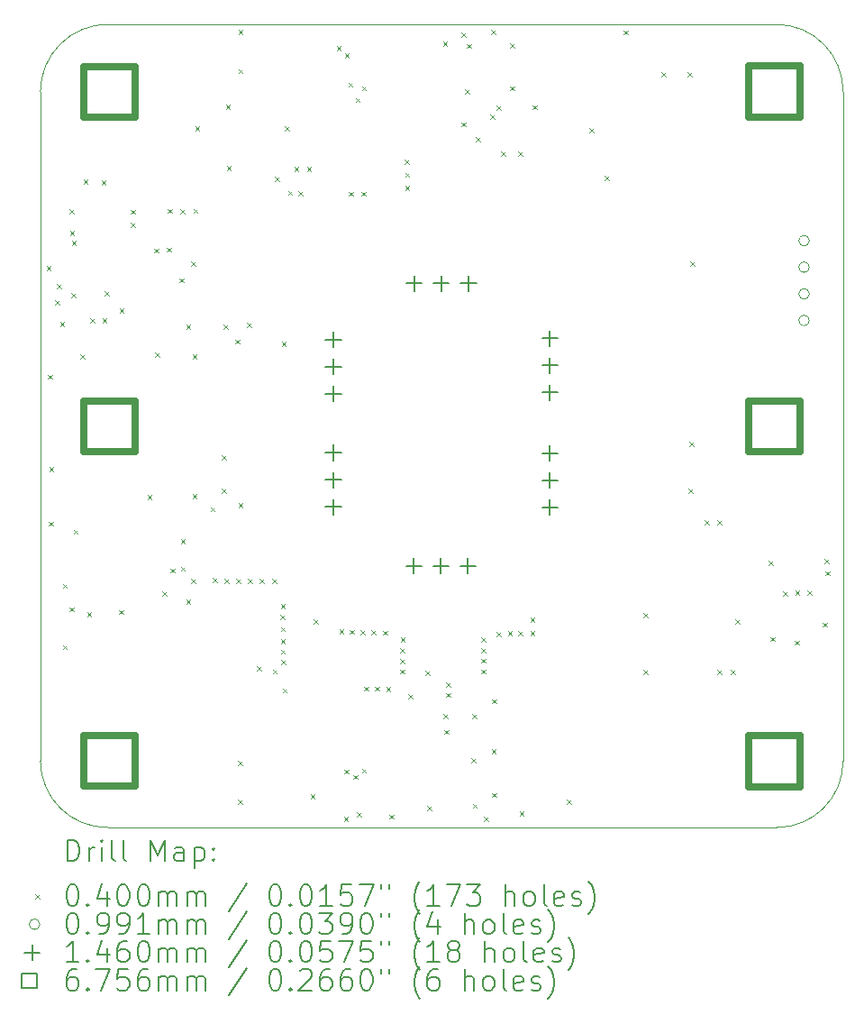
<source format=gbr>
%TF.GenerationSoftware,KiCad,Pcbnew,7.0.11*%
%TF.CreationDate,2024-03-27T11:44:57-04:00*%
%TF.ProjectId,Sensor-Board,53656e73-6f72-42d4-926f-6172642e6b69,rev?*%
%TF.SameCoordinates,Original*%
%TF.FileFunction,Drillmap*%
%TF.FilePolarity,Positive*%
%FSLAX45Y45*%
G04 Gerber Fmt 4.5, Leading zero omitted, Abs format (unit mm)*
G04 Created by KiCad (PCBNEW 7.0.11) date 2024-03-27 11:44:57*
%MOMM*%
%LPD*%
G01*
G04 APERTURE LIST*
%ADD10C,0.100000*%
%ADD11C,0.200000*%
%ADD12C,0.146000*%
%ADD13C,0.675640*%
G04 APERTURE END LIST*
D10*
X9995631Y-12709639D02*
G75*
G03*
X10630633Y-13332439I628899J6099D01*
G01*
X17539433Y-6423639D02*
X17539433Y-12709639D01*
X10630633Y-5788643D02*
G75*
G03*
X9995633Y-6423639I-3J-634997D01*
G01*
X9995633Y-6423639D02*
X9995633Y-12709639D01*
X16916633Y-13332443D02*
G75*
G03*
X17539433Y-12709639I-3J622803D01*
G01*
X17539431Y-6423639D02*
G75*
G03*
X16916633Y-5788639I-628901J6099D01*
G01*
X16916633Y-13332439D02*
X10630633Y-13332439D01*
X10630633Y-5788639D02*
X16916633Y-5788639D01*
D11*
D10*
X10052541Y-8060000D02*
X10092541Y-8100000D01*
X10092541Y-8060000D02*
X10052541Y-8100000D01*
X10067000Y-9078500D02*
X10107000Y-9118500D01*
X10107000Y-9078500D02*
X10067000Y-9118500D01*
X10074896Y-10460104D02*
X10114896Y-10500104D01*
X10114896Y-10460104D02*
X10074896Y-10500104D01*
X10080000Y-9945000D02*
X10120000Y-9985000D01*
X10120000Y-9945000D02*
X10080000Y-9985000D01*
X10135369Y-8382137D02*
X10175369Y-8422137D01*
X10175369Y-8382137D02*
X10135369Y-8422137D01*
X10149019Y-8231086D02*
X10189019Y-8271086D01*
X10189019Y-8231086D02*
X10149019Y-8271086D01*
X10181146Y-8586000D02*
X10221146Y-8626000D01*
X10221146Y-8586000D02*
X10181146Y-8626000D01*
X10206449Y-11619337D02*
X10246449Y-11659337D01*
X10246449Y-11619337D02*
X10206449Y-11659337D01*
X10207093Y-11042819D02*
X10247093Y-11082819D01*
X10247093Y-11042819D02*
X10207093Y-11082819D01*
X10267500Y-11264183D02*
X10307500Y-11304183D01*
X10307500Y-11264183D02*
X10267500Y-11304183D01*
X10270000Y-7527500D02*
X10310000Y-7567500D01*
X10310000Y-7527500D02*
X10270000Y-7567500D01*
X10274070Y-7725819D02*
X10314070Y-7765819D01*
X10314070Y-7725819D02*
X10274070Y-7765819D01*
X10287000Y-8313000D02*
X10327000Y-8353000D01*
X10327000Y-8313000D02*
X10287000Y-8353000D01*
X10291672Y-7824278D02*
X10331672Y-7864278D01*
X10331672Y-7824278D02*
X10291672Y-7864278D01*
X10307500Y-10535000D02*
X10347500Y-10575000D01*
X10347500Y-10535000D02*
X10307500Y-10575000D01*
X10369000Y-8891000D02*
X10409000Y-8931000D01*
X10409000Y-8891000D02*
X10369000Y-8931000D01*
X10400000Y-7245000D02*
X10440000Y-7285000D01*
X10440000Y-7245000D02*
X10400000Y-7285000D01*
X10434000Y-11308000D02*
X10474000Y-11348000D01*
X10474000Y-11308000D02*
X10434000Y-11348000D01*
X10462500Y-8550000D02*
X10502500Y-8590000D01*
X10502500Y-8550000D02*
X10462500Y-8590000D01*
X10570000Y-7252500D02*
X10610000Y-7292500D01*
X10610000Y-7252500D02*
X10570000Y-7292500D01*
X10577500Y-8552000D02*
X10617500Y-8592000D01*
X10617500Y-8552000D02*
X10577500Y-8592000D01*
X10602500Y-8298025D02*
X10642500Y-8338025D01*
X10642500Y-8298025D02*
X10602500Y-8338025D01*
X10733000Y-11290000D02*
X10773000Y-11330000D01*
X10773000Y-11290000D02*
X10733000Y-11330000D01*
X10739003Y-8457003D02*
X10779003Y-8497003D01*
X10779003Y-8457003D02*
X10739003Y-8497003D01*
X10847500Y-7652500D02*
X10887500Y-7692500D01*
X10887500Y-7652500D02*
X10847500Y-7692500D01*
X10848000Y-7529000D02*
X10888000Y-7569000D01*
X10888000Y-7529000D02*
X10848000Y-7569000D01*
X11003000Y-10211000D02*
X11043000Y-10251000D01*
X11043000Y-10211000D02*
X11003000Y-10251000D01*
X11065000Y-7894258D02*
X11105000Y-7934258D01*
X11105000Y-7894258D02*
X11065000Y-7934258D01*
X11074000Y-8871000D02*
X11114000Y-8911000D01*
X11114000Y-8871000D02*
X11074000Y-8911000D01*
X11140000Y-11115000D02*
X11180000Y-11155000D01*
X11180000Y-11115000D02*
X11140000Y-11155000D01*
X11186000Y-7886000D02*
X11226000Y-7926000D01*
X11226000Y-7886000D02*
X11186000Y-7926000D01*
X11190000Y-7522500D02*
X11230000Y-7562500D01*
X11230000Y-7522500D02*
X11190000Y-7562500D01*
X11216655Y-10900000D02*
X11256655Y-10940000D01*
X11256655Y-10900000D02*
X11216655Y-10940000D01*
X11305000Y-8172500D02*
X11345000Y-8212500D01*
X11345000Y-8172500D02*
X11305000Y-8212500D01*
X11312500Y-7527500D02*
X11352500Y-7567500D01*
X11352500Y-7527500D02*
X11312500Y-7567500D01*
X11315000Y-10624000D02*
X11355000Y-10664000D01*
X11355000Y-10624000D02*
X11315000Y-10664000D01*
X11315000Y-10882000D02*
X11355000Y-10922000D01*
X11355000Y-10882000D02*
X11315000Y-10922000D01*
X11365000Y-8610000D02*
X11405000Y-8650000D01*
X11405000Y-8610000D02*
X11365000Y-8650000D01*
X11365000Y-11192500D02*
X11405000Y-11232500D01*
X11405000Y-11192500D02*
X11365000Y-11232500D01*
X11414000Y-10994000D02*
X11454000Y-11034000D01*
X11454000Y-10994000D02*
X11414000Y-11034000D01*
X11415000Y-8018000D02*
X11455000Y-8058000D01*
X11455000Y-8018000D02*
X11415000Y-8058000D01*
X11426000Y-8888000D02*
X11466000Y-8928000D01*
X11466000Y-8888000D02*
X11426000Y-8928000D01*
X11426000Y-10200000D02*
X11466000Y-10240000D01*
X11466000Y-10200000D02*
X11426000Y-10240000D01*
X11434252Y-7520747D02*
X11474252Y-7560747D01*
X11474252Y-7520747D02*
X11434252Y-7560747D01*
X11450000Y-6744000D02*
X11490000Y-6784000D01*
X11490000Y-6744000D02*
X11450000Y-6784000D01*
X11595000Y-10325000D02*
X11635000Y-10365000D01*
X11635000Y-10325000D02*
X11595000Y-10365000D01*
X11615000Y-10991000D02*
X11655000Y-11031000D01*
X11655000Y-10991000D02*
X11615000Y-11031000D01*
X11700000Y-9835000D02*
X11740000Y-9875000D01*
X11740000Y-9835000D02*
X11700000Y-9875000D01*
X11702500Y-10147500D02*
X11742500Y-10187500D01*
X11742500Y-10147500D02*
X11702500Y-10187500D01*
X11717000Y-8610000D02*
X11757000Y-8650000D01*
X11757000Y-8610000D02*
X11717000Y-8650000D01*
X11723000Y-10994000D02*
X11763000Y-11034000D01*
X11763000Y-10994000D02*
X11723000Y-11034000D01*
X11737500Y-6541000D02*
X11777500Y-6581000D01*
X11777500Y-6541000D02*
X11737500Y-6581000D01*
X11747500Y-7117500D02*
X11787500Y-7157500D01*
X11787500Y-7117500D02*
X11747500Y-7157500D01*
X11827000Y-8749000D02*
X11867000Y-8789000D01*
X11867000Y-8749000D02*
X11827000Y-8789000D01*
X11837000Y-10997000D02*
X11877000Y-11037000D01*
X11877000Y-10997000D02*
X11837000Y-11037000D01*
X11855000Y-12710000D02*
X11895000Y-12750000D01*
X11895000Y-12710000D02*
X11855000Y-12750000D01*
X11855000Y-13070000D02*
X11895000Y-13110000D01*
X11895000Y-13070000D02*
X11855000Y-13110000D01*
X11856000Y-10286000D02*
X11896000Y-10326000D01*
X11896000Y-10286000D02*
X11856000Y-10326000D01*
X11858000Y-5839000D02*
X11898000Y-5879000D01*
X11898000Y-5839000D02*
X11858000Y-5879000D01*
X11858000Y-6208000D02*
X11898000Y-6248000D01*
X11898000Y-6208000D02*
X11858000Y-6248000D01*
X11939000Y-8592500D02*
X11979000Y-8632500D01*
X11979000Y-8592500D02*
X11939000Y-8632500D01*
X11947000Y-10998000D02*
X11987000Y-11038000D01*
X11987000Y-10998000D02*
X11947000Y-11038000D01*
X12029507Y-11818716D02*
X12069507Y-11858716D01*
X12069507Y-11818716D02*
X12029507Y-11858716D01*
X12059000Y-10997000D02*
X12099000Y-11037000D01*
X12099000Y-10997000D02*
X12059000Y-11037000D01*
X12173000Y-10997000D02*
X12213000Y-11037000D01*
X12213000Y-10997000D02*
X12173000Y-11037000D01*
X12178000Y-11847000D02*
X12218000Y-11887000D01*
X12218000Y-11847000D02*
X12178000Y-11887000D01*
X12197000Y-7223000D02*
X12237000Y-7263000D01*
X12237000Y-7223000D02*
X12197000Y-7263000D01*
X12253031Y-11336005D02*
X12293031Y-11376005D01*
X12293031Y-11336005D02*
X12253031Y-11376005D01*
X12254684Y-11449008D02*
X12294684Y-11489008D01*
X12294684Y-11449008D02*
X12254684Y-11489008D01*
X12254891Y-11562030D02*
X12294891Y-11602030D01*
X12294891Y-11562030D02*
X12254891Y-11602030D01*
X12255620Y-11662028D02*
X12295620Y-11702028D01*
X12295620Y-11662028D02*
X12255620Y-11702028D01*
X12256000Y-11232000D02*
X12296000Y-11272000D01*
X12296000Y-11232000D02*
X12256000Y-11272000D01*
X12257105Y-11762000D02*
X12297105Y-11802000D01*
X12297105Y-11762000D02*
X12257105Y-11802000D01*
X12262500Y-8770000D02*
X12302500Y-8810000D01*
X12302500Y-8770000D02*
X12262500Y-8810000D01*
X12272500Y-12025000D02*
X12312500Y-12065000D01*
X12312500Y-12025000D02*
X12272500Y-12065000D01*
X12293000Y-6744000D02*
X12333000Y-6784000D01*
X12333000Y-6744000D02*
X12293000Y-6784000D01*
X12322000Y-7353000D02*
X12362000Y-7393000D01*
X12362000Y-7353000D02*
X12322000Y-7393000D01*
X12382500Y-7130000D02*
X12422500Y-7170000D01*
X12422500Y-7130000D02*
X12382500Y-7170000D01*
X12421865Y-7358201D02*
X12461865Y-7398201D01*
X12461865Y-7358201D02*
X12421865Y-7398201D01*
X12500000Y-7130000D02*
X12540000Y-7170000D01*
X12540000Y-7130000D02*
X12500000Y-7170000D01*
X12533360Y-13020000D02*
X12573360Y-13060000D01*
X12573360Y-13020000D02*
X12533360Y-13060000D01*
X12564000Y-11380000D02*
X12604000Y-11420000D01*
X12604000Y-11380000D02*
X12564000Y-11420000D01*
X12780090Y-5994403D02*
X12820090Y-6034403D01*
X12820090Y-5994403D02*
X12780090Y-6034403D01*
X12805000Y-11471000D02*
X12845000Y-11511000D01*
X12845000Y-11471000D02*
X12805000Y-11511000D01*
X12847000Y-13232000D02*
X12887000Y-13272000D01*
X12887000Y-13232000D02*
X12847000Y-13272000D01*
X12849000Y-12787000D02*
X12889000Y-12827000D01*
X12889000Y-12787000D02*
X12849000Y-12827000D01*
X12856000Y-6059500D02*
X12896000Y-6099500D01*
X12896000Y-6059500D02*
X12856000Y-6099500D01*
X12889082Y-6336500D02*
X12929082Y-6376500D01*
X12929082Y-6336500D02*
X12889082Y-6376500D01*
X12892482Y-7360018D02*
X12932482Y-7400018D01*
X12932482Y-7360018D02*
X12892482Y-7400018D01*
X12904858Y-11476326D02*
X12944858Y-11516326D01*
X12944858Y-11476326D02*
X12904858Y-11516326D01*
X12935174Y-12837735D02*
X12975174Y-12877735D01*
X12975174Y-12837735D02*
X12935174Y-12877735D01*
X12958500Y-6479000D02*
X12998500Y-6519000D01*
X12998500Y-6479000D02*
X12958500Y-6519000D01*
X12970000Y-13192500D02*
X13010000Y-13232500D01*
X13010000Y-13192500D02*
X12970000Y-13232500D01*
X13004840Y-11478247D02*
X13044840Y-11518247D01*
X13044840Y-11478247D02*
X13004840Y-11518247D01*
X13012500Y-7360002D02*
X13052500Y-7400002D01*
X13052500Y-7360002D02*
X13012500Y-7400002D01*
X13016292Y-6368966D02*
X13056292Y-6408966D01*
X13056292Y-6368966D02*
X13016292Y-6408966D01*
X13016697Y-12779821D02*
X13056697Y-12819821D01*
X13056697Y-12779821D02*
X13016697Y-12819821D01*
X13037000Y-12008000D02*
X13077000Y-12048000D01*
X13077000Y-12008000D02*
X13037000Y-12048000D01*
X13104840Y-11477914D02*
X13144840Y-11517914D01*
X13144840Y-11477914D02*
X13104840Y-11517914D01*
X13136994Y-12008000D02*
X13176994Y-12048000D01*
X13176994Y-12008000D02*
X13136994Y-12048000D01*
X13219000Y-11484000D02*
X13259000Y-11524000D01*
X13259000Y-11484000D02*
X13219000Y-11524000D01*
X13245162Y-12012000D02*
X13285162Y-12052000D01*
X13285162Y-12012000D02*
X13245162Y-12052000D01*
X13272500Y-13210000D02*
X13312500Y-13250000D01*
X13312500Y-13210000D02*
X13272500Y-13250000D01*
X13377000Y-11848000D02*
X13417000Y-11888000D01*
X13417000Y-11848000D02*
X13377000Y-11888000D01*
X13377871Y-11648012D02*
X13417871Y-11688012D01*
X13417871Y-11648012D02*
X13377871Y-11688012D01*
X13378484Y-11748011D02*
X13418484Y-11788011D01*
X13418484Y-11748011D02*
X13378484Y-11788011D01*
X13380293Y-11548019D02*
X13420293Y-11588019D01*
X13420293Y-11548019D02*
X13380293Y-11588019D01*
X13420000Y-7060000D02*
X13460000Y-7100000D01*
X13460000Y-7060000D02*
X13420000Y-7100000D01*
X13422500Y-7182500D02*
X13462500Y-7222500D01*
X13462500Y-7182500D02*
X13422500Y-7222500D01*
X13422500Y-7307500D02*
X13462500Y-7347500D01*
X13462500Y-7307500D02*
X13422500Y-7347500D01*
X13452659Y-12078609D02*
X13492659Y-12118609D01*
X13492659Y-12078609D02*
X13452659Y-12118609D01*
X13616000Y-11863000D02*
X13656000Y-11903000D01*
X13656000Y-11863000D02*
X13616000Y-11903000D01*
X13630240Y-13131535D02*
X13670240Y-13171535D01*
X13670240Y-13131535D02*
X13630240Y-13171535D01*
X13779044Y-5949391D02*
X13819044Y-5989391D01*
X13819044Y-5949391D02*
X13779044Y-5989391D01*
X13784215Y-12266480D02*
X13824215Y-12306480D01*
X13824215Y-12266480D02*
X13784215Y-12306480D01*
X13794584Y-12415095D02*
X13834584Y-12455095D01*
X13834584Y-12415095D02*
X13794584Y-12455095D01*
X13808997Y-12069000D02*
X13848997Y-12109000D01*
X13848997Y-12069000D02*
X13808997Y-12109000D01*
X13809000Y-11969000D02*
X13849000Y-12009000D01*
X13849000Y-11969000D02*
X13809000Y-12009000D01*
X13951193Y-6709543D02*
X13991193Y-6749543D01*
X13991193Y-6709543D02*
X13951193Y-6749543D01*
X13955000Y-5863500D02*
X13995000Y-5903500D01*
X13995000Y-5863500D02*
X13955000Y-5903500D01*
X13987338Y-6397103D02*
X14027338Y-6437103D01*
X14027338Y-6397103D02*
X13987338Y-6437103D01*
X14004999Y-5971000D02*
X14044999Y-6011000D01*
X14044999Y-5971000D02*
X14004999Y-6011000D01*
X14048082Y-12684691D02*
X14088082Y-12724691D01*
X14088082Y-12684691D02*
X14048082Y-12724691D01*
X14053000Y-12268000D02*
X14093000Y-12308000D01*
X14093000Y-12268000D02*
X14053000Y-12308000D01*
X14057891Y-13108628D02*
X14097891Y-13148628D01*
X14097891Y-13108628D02*
X14057891Y-13148628D01*
X14090000Y-6847500D02*
X14130000Y-6887500D01*
X14130000Y-6847500D02*
X14090000Y-6887500D01*
X14136000Y-11746000D02*
X14176000Y-11786000D01*
X14176000Y-11746000D02*
X14136000Y-11786000D01*
X14136967Y-11546006D02*
X14176967Y-11586006D01*
X14176967Y-11546006D02*
X14136967Y-11586006D01*
X14137000Y-11848000D02*
X14177000Y-11888000D01*
X14177000Y-11848000D02*
X14137000Y-11888000D01*
X14137149Y-11646006D02*
X14177149Y-11686006D01*
X14177149Y-11646006D02*
X14137149Y-11686006D01*
X14162500Y-13235000D02*
X14202500Y-13275000D01*
X14202500Y-13235000D02*
X14162500Y-13275000D01*
X14226312Y-6639366D02*
X14266312Y-6679366D01*
X14266312Y-6639366D02*
X14226312Y-6679366D01*
X14235000Y-5840000D02*
X14275000Y-5880000D01*
X14275000Y-5840000D02*
X14235000Y-5880000D01*
X14236617Y-12598622D02*
X14276617Y-12638622D01*
X14276617Y-12598622D02*
X14236617Y-12638622D01*
X14240011Y-12126229D02*
X14280011Y-12166229D01*
X14280011Y-12126229D02*
X14240011Y-12166229D01*
X14241577Y-13007582D02*
X14281577Y-13047582D01*
X14281577Y-13007582D02*
X14241577Y-13047582D01*
X14280000Y-6555000D02*
X14320000Y-6595000D01*
X14320000Y-6555000D02*
X14280000Y-6595000D01*
X14284000Y-11494000D02*
X14324000Y-11534000D01*
X14324000Y-11494000D02*
X14284000Y-11534000D01*
X14325000Y-6982500D02*
X14365000Y-7022500D01*
X14365000Y-6982500D02*
X14325000Y-7022500D01*
X14388000Y-11491000D02*
X14428000Y-11531000D01*
X14428000Y-11491000D02*
X14388000Y-11531000D01*
X14408948Y-6370258D02*
X14448948Y-6410258D01*
X14448948Y-6370258D02*
X14408948Y-6410258D01*
X14408972Y-5970226D02*
X14448972Y-6010226D01*
X14448972Y-5970226D02*
X14408972Y-6010226D01*
X14487500Y-6982500D02*
X14527500Y-7022500D01*
X14527500Y-6982500D02*
X14487500Y-7022500D01*
X14487999Y-11490495D02*
X14527999Y-11530495D01*
X14527999Y-11490495D02*
X14487999Y-11530495D01*
X14498000Y-13179000D02*
X14538000Y-13219000D01*
X14538000Y-13179000D02*
X14498000Y-13219000D01*
X14600000Y-11362500D02*
X14640000Y-11402500D01*
X14640000Y-11362500D02*
X14600000Y-11402500D01*
X14601000Y-11491000D02*
X14641000Y-11531000D01*
X14641000Y-11491000D02*
X14601000Y-11531000D01*
X14622500Y-6547500D02*
X14662500Y-6587500D01*
X14662500Y-6547500D02*
X14622500Y-6587500D01*
X14944000Y-13074000D02*
X14984000Y-13114000D01*
X14984000Y-13074000D02*
X14944000Y-13114000D01*
X15154000Y-6766000D02*
X15194000Y-6806000D01*
X15194000Y-6766000D02*
X15154000Y-6806000D01*
X15299000Y-7213000D02*
X15339000Y-7253000D01*
X15339000Y-7213000D02*
X15299000Y-7253000D01*
X15475000Y-5845000D02*
X15515000Y-5885000D01*
X15515000Y-5845000D02*
X15475000Y-5885000D01*
X15660000Y-11320000D02*
X15700000Y-11360000D01*
X15700000Y-11320000D02*
X15660000Y-11360000D01*
X15660000Y-11855000D02*
X15700000Y-11895000D01*
X15700000Y-11855000D02*
X15660000Y-11895000D01*
X15830000Y-6240000D02*
X15870000Y-6280000D01*
X15870000Y-6240000D02*
X15830000Y-6280000D01*
X16075000Y-6240000D02*
X16115000Y-6280000D01*
X16115000Y-6240000D02*
X16075000Y-6280000D01*
X16086000Y-10151000D02*
X16126000Y-10191000D01*
X16126000Y-10151000D02*
X16086000Y-10191000D01*
X16095000Y-9712500D02*
X16135000Y-9752500D01*
X16135000Y-9712500D02*
X16095000Y-9752500D01*
X16102500Y-8016500D02*
X16142500Y-8056500D01*
X16142500Y-8016500D02*
X16102500Y-8056500D01*
X16237500Y-10445000D02*
X16277500Y-10485000D01*
X16277500Y-10445000D02*
X16237500Y-10485000D01*
X16360000Y-10449000D02*
X16400000Y-10489000D01*
X16400000Y-10449000D02*
X16360000Y-10489000D01*
X16360000Y-11855000D02*
X16400000Y-11895000D01*
X16400000Y-11855000D02*
X16360000Y-11895000D01*
X16485000Y-11852500D02*
X16525000Y-11892500D01*
X16525000Y-11852500D02*
X16485000Y-11892500D01*
X16525000Y-11377500D02*
X16565000Y-11417500D01*
X16565000Y-11377500D02*
X16525000Y-11417500D01*
X16842500Y-10830000D02*
X16882500Y-10870000D01*
X16882500Y-10830000D02*
X16842500Y-10870000D01*
X16858627Y-11543627D02*
X16898627Y-11583627D01*
X16898627Y-11543627D02*
X16858627Y-11583627D01*
X16972500Y-11112500D02*
X17012500Y-11152500D01*
X17012500Y-11112500D02*
X16972500Y-11152500D01*
X17087623Y-11577622D02*
X17127623Y-11617622D01*
X17127623Y-11577622D02*
X17087623Y-11617622D01*
X17090000Y-11110000D02*
X17130000Y-11150000D01*
X17130000Y-11110000D02*
X17090000Y-11150000D01*
X17202500Y-11107500D02*
X17242500Y-11147500D01*
X17242500Y-11107500D02*
X17202500Y-11147500D01*
X17345000Y-11407500D02*
X17385000Y-11447500D01*
X17385000Y-11407500D02*
X17345000Y-11447500D01*
X17362500Y-10812500D02*
X17402500Y-10852500D01*
X17402500Y-10812500D02*
X17362500Y-10852500D01*
X17372782Y-10924718D02*
X17412782Y-10964718D01*
X17412782Y-10924718D02*
X17372782Y-10964718D01*
X17222030Y-7820000D02*
G75*
G03*
X17122970Y-7820000I-49530J0D01*
G01*
X17122970Y-7820000D02*
G75*
G03*
X17222030Y-7820000I49530J0D01*
G01*
X17222030Y-8070000D02*
G75*
G03*
X17122970Y-8070000I-49530J0D01*
G01*
X17122970Y-8070000D02*
G75*
G03*
X17222030Y-8070000I49530J0D01*
G01*
X17222030Y-8320000D02*
G75*
G03*
X17122970Y-8320000I-49530J0D01*
G01*
X17122970Y-8320000D02*
G75*
G03*
X17222030Y-8320000I49530J0D01*
G01*
X17222030Y-8570000D02*
G75*
G03*
X17122970Y-8570000I-49530J0D01*
G01*
X17122970Y-8570000D02*
G75*
G03*
X17222030Y-8570000I49530J0D01*
G01*
D12*
X12750000Y-8677000D02*
X12750000Y-8823000D01*
X12677000Y-8750000D02*
X12823000Y-8750000D01*
X12750000Y-8931000D02*
X12750000Y-9077000D01*
X12677000Y-9004000D02*
X12823000Y-9004000D01*
X12750000Y-9186000D02*
X12750000Y-9332000D01*
X12677000Y-9259000D02*
X12823000Y-9259000D01*
X12750000Y-9738000D02*
X12750000Y-9884000D01*
X12677000Y-9811000D02*
X12823000Y-9811000D01*
X12750000Y-9993000D02*
X12750000Y-10139000D01*
X12677000Y-10066000D02*
X12823000Y-10066000D01*
X12750000Y-10247000D02*
X12750000Y-10393000D01*
X12677000Y-10320000D02*
X12823000Y-10320000D01*
X13505000Y-10802000D02*
X13505000Y-10948000D01*
X13432000Y-10875000D02*
X13578000Y-10875000D01*
X13510000Y-8147000D02*
X13510000Y-8293000D01*
X13437000Y-8220000D02*
X13583000Y-8220000D01*
X13759000Y-10802000D02*
X13759000Y-10948000D01*
X13686000Y-10875000D02*
X13832000Y-10875000D01*
X13764000Y-8147000D02*
X13764000Y-8293000D01*
X13691000Y-8220000D02*
X13837000Y-8220000D01*
X14014000Y-10802000D02*
X14014000Y-10948000D01*
X13941000Y-10875000D02*
X14087000Y-10875000D01*
X14019000Y-8147000D02*
X14019000Y-8293000D01*
X13946000Y-8220000D02*
X14092000Y-8220000D01*
X14785000Y-8665000D02*
X14785000Y-8811000D01*
X14712000Y-8738000D02*
X14858000Y-8738000D01*
X14785000Y-8920000D02*
X14785000Y-9066000D01*
X14712000Y-8993000D02*
X14858000Y-8993000D01*
X14785000Y-9174000D02*
X14785000Y-9320000D01*
X14712000Y-9247000D02*
X14858000Y-9247000D01*
X14785000Y-9743000D02*
X14785000Y-9889000D01*
X14712000Y-9816000D02*
X14858000Y-9816000D01*
X14785000Y-9997000D02*
X14785000Y-10143000D01*
X14712000Y-10070000D02*
X14858000Y-10070000D01*
X14785000Y-10252000D02*
X14785000Y-10398000D01*
X14712000Y-10325000D02*
X14858000Y-10325000D01*
D13*
X10883897Y-6662517D02*
X10883897Y-6184763D01*
X10406143Y-6184763D01*
X10406143Y-6662517D01*
X10883897Y-6662517D01*
X10883897Y-9801627D02*
X10883897Y-9323873D01*
X10406143Y-9323873D01*
X10406143Y-9801627D01*
X10883897Y-9801627D01*
X10883897Y-12944717D02*
X10883897Y-12466963D01*
X10406143Y-12466963D01*
X10406143Y-12944717D01*
X10883897Y-12944717D01*
X17132297Y-6658537D02*
X17132297Y-6180783D01*
X16654543Y-6180783D01*
X16654543Y-6658537D01*
X17132297Y-6658537D01*
X17132297Y-9801627D02*
X17132297Y-9323873D01*
X16654543Y-9323873D01*
X16654543Y-9801627D01*
X17132297Y-9801627D01*
X17132297Y-12948517D02*
X17132297Y-12470763D01*
X16654543Y-12470763D01*
X16654543Y-12948517D01*
X17132297Y-12948517D01*
D11*
X10251410Y-13648952D02*
X10251410Y-13448952D01*
X10251410Y-13448952D02*
X10299029Y-13448952D01*
X10299029Y-13448952D02*
X10327600Y-13458476D01*
X10327600Y-13458476D02*
X10346648Y-13477523D01*
X10346648Y-13477523D02*
X10356171Y-13496571D01*
X10356171Y-13496571D02*
X10365695Y-13534666D01*
X10365695Y-13534666D02*
X10365695Y-13563238D01*
X10365695Y-13563238D02*
X10356171Y-13601333D01*
X10356171Y-13601333D02*
X10346648Y-13620381D01*
X10346648Y-13620381D02*
X10327600Y-13639428D01*
X10327600Y-13639428D02*
X10299029Y-13648952D01*
X10299029Y-13648952D02*
X10251410Y-13648952D01*
X10451410Y-13648952D02*
X10451410Y-13515619D01*
X10451410Y-13553714D02*
X10460933Y-13534666D01*
X10460933Y-13534666D02*
X10470457Y-13525142D01*
X10470457Y-13525142D02*
X10489505Y-13515619D01*
X10489505Y-13515619D02*
X10508552Y-13515619D01*
X10575219Y-13648952D02*
X10575219Y-13515619D01*
X10575219Y-13448952D02*
X10565695Y-13458476D01*
X10565695Y-13458476D02*
X10575219Y-13468000D01*
X10575219Y-13468000D02*
X10584743Y-13458476D01*
X10584743Y-13458476D02*
X10575219Y-13448952D01*
X10575219Y-13448952D02*
X10575219Y-13468000D01*
X10699029Y-13648952D02*
X10679981Y-13639428D01*
X10679981Y-13639428D02*
X10670457Y-13620381D01*
X10670457Y-13620381D02*
X10670457Y-13448952D01*
X10803790Y-13648952D02*
X10784743Y-13639428D01*
X10784743Y-13639428D02*
X10775219Y-13620381D01*
X10775219Y-13620381D02*
X10775219Y-13448952D01*
X11032362Y-13648952D02*
X11032362Y-13448952D01*
X11032362Y-13448952D02*
X11099029Y-13591809D01*
X11099029Y-13591809D02*
X11165695Y-13448952D01*
X11165695Y-13448952D02*
X11165695Y-13648952D01*
X11346648Y-13648952D02*
X11346648Y-13544190D01*
X11346648Y-13544190D02*
X11337124Y-13525142D01*
X11337124Y-13525142D02*
X11318076Y-13515619D01*
X11318076Y-13515619D02*
X11279981Y-13515619D01*
X11279981Y-13515619D02*
X11260933Y-13525142D01*
X11346648Y-13639428D02*
X11327600Y-13648952D01*
X11327600Y-13648952D02*
X11279981Y-13648952D01*
X11279981Y-13648952D02*
X11260933Y-13639428D01*
X11260933Y-13639428D02*
X11251409Y-13620381D01*
X11251409Y-13620381D02*
X11251409Y-13601333D01*
X11251409Y-13601333D02*
X11260933Y-13582285D01*
X11260933Y-13582285D02*
X11279981Y-13572762D01*
X11279981Y-13572762D02*
X11327600Y-13572762D01*
X11327600Y-13572762D02*
X11346648Y-13563238D01*
X11441886Y-13515619D02*
X11441886Y-13715619D01*
X11441886Y-13525142D02*
X11460933Y-13515619D01*
X11460933Y-13515619D02*
X11499029Y-13515619D01*
X11499029Y-13515619D02*
X11518076Y-13525142D01*
X11518076Y-13525142D02*
X11527600Y-13534666D01*
X11527600Y-13534666D02*
X11537124Y-13553714D01*
X11537124Y-13553714D02*
X11537124Y-13610857D01*
X11537124Y-13610857D02*
X11527600Y-13629904D01*
X11527600Y-13629904D02*
X11518076Y-13639428D01*
X11518076Y-13639428D02*
X11499029Y-13648952D01*
X11499029Y-13648952D02*
X11460933Y-13648952D01*
X11460933Y-13648952D02*
X11441886Y-13639428D01*
X11622838Y-13629904D02*
X11632362Y-13639428D01*
X11632362Y-13639428D02*
X11622838Y-13648952D01*
X11622838Y-13648952D02*
X11613314Y-13639428D01*
X11613314Y-13639428D02*
X11622838Y-13629904D01*
X11622838Y-13629904D02*
X11622838Y-13648952D01*
X11622838Y-13525142D02*
X11632362Y-13534666D01*
X11632362Y-13534666D02*
X11622838Y-13544190D01*
X11622838Y-13544190D02*
X11613314Y-13534666D01*
X11613314Y-13534666D02*
X11622838Y-13525142D01*
X11622838Y-13525142D02*
X11622838Y-13544190D01*
D10*
X9950633Y-13957468D02*
X9990633Y-13997468D01*
X9990633Y-13957468D02*
X9950633Y-13997468D01*
D11*
X10289505Y-13868952D02*
X10308552Y-13868952D01*
X10308552Y-13868952D02*
X10327600Y-13878476D01*
X10327600Y-13878476D02*
X10337124Y-13888000D01*
X10337124Y-13888000D02*
X10346648Y-13907047D01*
X10346648Y-13907047D02*
X10356171Y-13945142D01*
X10356171Y-13945142D02*
X10356171Y-13992762D01*
X10356171Y-13992762D02*
X10346648Y-14030857D01*
X10346648Y-14030857D02*
X10337124Y-14049904D01*
X10337124Y-14049904D02*
X10327600Y-14059428D01*
X10327600Y-14059428D02*
X10308552Y-14068952D01*
X10308552Y-14068952D02*
X10289505Y-14068952D01*
X10289505Y-14068952D02*
X10270457Y-14059428D01*
X10270457Y-14059428D02*
X10260933Y-14049904D01*
X10260933Y-14049904D02*
X10251410Y-14030857D01*
X10251410Y-14030857D02*
X10241886Y-13992762D01*
X10241886Y-13992762D02*
X10241886Y-13945142D01*
X10241886Y-13945142D02*
X10251410Y-13907047D01*
X10251410Y-13907047D02*
X10260933Y-13888000D01*
X10260933Y-13888000D02*
X10270457Y-13878476D01*
X10270457Y-13878476D02*
X10289505Y-13868952D01*
X10441886Y-14049904D02*
X10451410Y-14059428D01*
X10451410Y-14059428D02*
X10441886Y-14068952D01*
X10441886Y-14068952D02*
X10432362Y-14059428D01*
X10432362Y-14059428D02*
X10441886Y-14049904D01*
X10441886Y-14049904D02*
X10441886Y-14068952D01*
X10622838Y-13935619D02*
X10622838Y-14068952D01*
X10575219Y-13859428D02*
X10527600Y-14002285D01*
X10527600Y-14002285D02*
X10651410Y-14002285D01*
X10765695Y-13868952D02*
X10784743Y-13868952D01*
X10784743Y-13868952D02*
X10803791Y-13878476D01*
X10803791Y-13878476D02*
X10813314Y-13888000D01*
X10813314Y-13888000D02*
X10822838Y-13907047D01*
X10822838Y-13907047D02*
X10832362Y-13945142D01*
X10832362Y-13945142D02*
X10832362Y-13992762D01*
X10832362Y-13992762D02*
X10822838Y-14030857D01*
X10822838Y-14030857D02*
X10813314Y-14049904D01*
X10813314Y-14049904D02*
X10803791Y-14059428D01*
X10803791Y-14059428D02*
X10784743Y-14068952D01*
X10784743Y-14068952D02*
X10765695Y-14068952D01*
X10765695Y-14068952D02*
X10746648Y-14059428D01*
X10746648Y-14059428D02*
X10737124Y-14049904D01*
X10737124Y-14049904D02*
X10727600Y-14030857D01*
X10727600Y-14030857D02*
X10718076Y-13992762D01*
X10718076Y-13992762D02*
X10718076Y-13945142D01*
X10718076Y-13945142D02*
X10727600Y-13907047D01*
X10727600Y-13907047D02*
X10737124Y-13888000D01*
X10737124Y-13888000D02*
X10746648Y-13878476D01*
X10746648Y-13878476D02*
X10765695Y-13868952D01*
X10956171Y-13868952D02*
X10975219Y-13868952D01*
X10975219Y-13868952D02*
X10994267Y-13878476D01*
X10994267Y-13878476D02*
X11003791Y-13888000D01*
X11003791Y-13888000D02*
X11013314Y-13907047D01*
X11013314Y-13907047D02*
X11022838Y-13945142D01*
X11022838Y-13945142D02*
X11022838Y-13992762D01*
X11022838Y-13992762D02*
X11013314Y-14030857D01*
X11013314Y-14030857D02*
X11003791Y-14049904D01*
X11003791Y-14049904D02*
X10994267Y-14059428D01*
X10994267Y-14059428D02*
X10975219Y-14068952D01*
X10975219Y-14068952D02*
X10956171Y-14068952D01*
X10956171Y-14068952D02*
X10937124Y-14059428D01*
X10937124Y-14059428D02*
X10927600Y-14049904D01*
X10927600Y-14049904D02*
X10918076Y-14030857D01*
X10918076Y-14030857D02*
X10908552Y-13992762D01*
X10908552Y-13992762D02*
X10908552Y-13945142D01*
X10908552Y-13945142D02*
X10918076Y-13907047D01*
X10918076Y-13907047D02*
X10927600Y-13888000D01*
X10927600Y-13888000D02*
X10937124Y-13878476D01*
X10937124Y-13878476D02*
X10956171Y-13868952D01*
X11108552Y-14068952D02*
X11108552Y-13935619D01*
X11108552Y-13954666D02*
X11118076Y-13945142D01*
X11118076Y-13945142D02*
X11137124Y-13935619D01*
X11137124Y-13935619D02*
X11165695Y-13935619D01*
X11165695Y-13935619D02*
X11184743Y-13945142D01*
X11184743Y-13945142D02*
X11194267Y-13964190D01*
X11194267Y-13964190D02*
X11194267Y-14068952D01*
X11194267Y-13964190D02*
X11203790Y-13945142D01*
X11203790Y-13945142D02*
X11222838Y-13935619D01*
X11222838Y-13935619D02*
X11251409Y-13935619D01*
X11251409Y-13935619D02*
X11270457Y-13945142D01*
X11270457Y-13945142D02*
X11279981Y-13964190D01*
X11279981Y-13964190D02*
X11279981Y-14068952D01*
X11375219Y-14068952D02*
X11375219Y-13935619D01*
X11375219Y-13954666D02*
X11384743Y-13945142D01*
X11384743Y-13945142D02*
X11403790Y-13935619D01*
X11403790Y-13935619D02*
X11432362Y-13935619D01*
X11432362Y-13935619D02*
X11451410Y-13945142D01*
X11451410Y-13945142D02*
X11460933Y-13964190D01*
X11460933Y-13964190D02*
X11460933Y-14068952D01*
X11460933Y-13964190D02*
X11470457Y-13945142D01*
X11470457Y-13945142D02*
X11489505Y-13935619D01*
X11489505Y-13935619D02*
X11518076Y-13935619D01*
X11518076Y-13935619D02*
X11537124Y-13945142D01*
X11537124Y-13945142D02*
X11546648Y-13964190D01*
X11546648Y-13964190D02*
X11546648Y-14068952D01*
X11937124Y-13859428D02*
X11765695Y-14116571D01*
X12194267Y-13868952D02*
X12213314Y-13868952D01*
X12213314Y-13868952D02*
X12232362Y-13878476D01*
X12232362Y-13878476D02*
X12241886Y-13888000D01*
X12241886Y-13888000D02*
X12251410Y-13907047D01*
X12251410Y-13907047D02*
X12260933Y-13945142D01*
X12260933Y-13945142D02*
X12260933Y-13992762D01*
X12260933Y-13992762D02*
X12251410Y-14030857D01*
X12251410Y-14030857D02*
X12241886Y-14049904D01*
X12241886Y-14049904D02*
X12232362Y-14059428D01*
X12232362Y-14059428D02*
X12213314Y-14068952D01*
X12213314Y-14068952D02*
X12194267Y-14068952D01*
X12194267Y-14068952D02*
X12175219Y-14059428D01*
X12175219Y-14059428D02*
X12165695Y-14049904D01*
X12165695Y-14049904D02*
X12156172Y-14030857D01*
X12156172Y-14030857D02*
X12146648Y-13992762D01*
X12146648Y-13992762D02*
X12146648Y-13945142D01*
X12146648Y-13945142D02*
X12156172Y-13907047D01*
X12156172Y-13907047D02*
X12165695Y-13888000D01*
X12165695Y-13888000D02*
X12175219Y-13878476D01*
X12175219Y-13878476D02*
X12194267Y-13868952D01*
X12346648Y-14049904D02*
X12356172Y-14059428D01*
X12356172Y-14059428D02*
X12346648Y-14068952D01*
X12346648Y-14068952D02*
X12337124Y-14059428D01*
X12337124Y-14059428D02*
X12346648Y-14049904D01*
X12346648Y-14049904D02*
X12346648Y-14068952D01*
X12479981Y-13868952D02*
X12499029Y-13868952D01*
X12499029Y-13868952D02*
X12518076Y-13878476D01*
X12518076Y-13878476D02*
X12527600Y-13888000D01*
X12527600Y-13888000D02*
X12537124Y-13907047D01*
X12537124Y-13907047D02*
X12546648Y-13945142D01*
X12546648Y-13945142D02*
X12546648Y-13992762D01*
X12546648Y-13992762D02*
X12537124Y-14030857D01*
X12537124Y-14030857D02*
X12527600Y-14049904D01*
X12527600Y-14049904D02*
X12518076Y-14059428D01*
X12518076Y-14059428D02*
X12499029Y-14068952D01*
X12499029Y-14068952D02*
X12479981Y-14068952D01*
X12479981Y-14068952D02*
X12460933Y-14059428D01*
X12460933Y-14059428D02*
X12451410Y-14049904D01*
X12451410Y-14049904D02*
X12441886Y-14030857D01*
X12441886Y-14030857D02*
X12432362Y-13992762D01*
X12432362Y-13992762D02*
X12432362Y-13945142D01*
X12432362Y-13945142D02*
X12441886Y-13907047D01*
X12441886Y-13907047D02*
X12451410Y-13888000D01*
X12451410Y-13888000D02*
X12460933Y-13878476D01*
X12460933Y-13878476D02*
X12479981Y-13868952D01*
X12737124Y-14068952D02*
X12622838Y-14068952D01*
X12679981Y-14068952D02*
X12679981Y-13868952D01*
X12679981Y-13868952D02*
X12660933Y-13897523D01*
X12660933Y-13897523D02*
X12641886Y-13916571D01*
X12641886Y-13916571D02*
X12622838Y-13926095D01*
X12918076Y-13868952D02*
X12822838Y-13868952D01*
X12822838Y-13868952D02*
X12813314Y-13964190D01*
X12813314Y-13964190D02*
X12822838Y-13954666D01*
X12822838Y-13954666D02*
X12841886Y-13945142D01*
X12841886Y-13945142D02*
X12889505Y-13945142D01*
X12889505Y-13945142D02*
X12908553Y-13954666D01*
X12908553Y-13954666D02*
X12918076Y-13964190D01*
X12918076Y-13964190D02*
X12927600Y-13983238D01*
X12927600Y-13983238D02*
X12927600Y-14030857D01*
X12927600Y-14030857D02*
X12918076Y-14049904D01*
X12918076Y-14049904D02*
X12908553Y-14059428D01*
X12908553Y-14059428D02*
X12889505Y-14068952D01*
X12889505Y-14068952D02*
X12841886Y-14068952D01*
X12841886Y-14068952D02*
X12822838Y-14059428D01*
X12822838Y-14059428D02*
X12813314Y-14049904D01*
X12994267Y-13868952D02*
X13127600Y-13868952D01*
X13127600Y-13868952D02*
X13041886Y-14068952D01*
X13194267Y-13868952D02*
X13194267Y-13907047D01*
X13270457Y-13868952D02*
X13270457Y-13907047D01*
X13565696Y-14145142D02*
X13556172Y-14135619D01*
X13556172Y-14135619D02*
X13537124Y-14107047D01*
X13537124Y-14107047D02*
X13527600Y-14088000D01*
X13527600Y-14088000D02*
X13518076Y-14059428D01*
X13518076Y-14059428D02*
X13508553Y-14011809D01*
X13508553Y-14011809D02*
X13508553Y-13973714D01*
X13508553Y-13973714D02*
X13518076Y-13926095D01*
X13518076Y-13926095D02*
X13527600Y-13897523D01*
X13527600Y-13897523D02*
X13537124Y-13878476D01*
X13537124Y-13878476D02*
X13556172Y-13849904D01*
X13556172Y-13849904D02*
X13565696Y-13840381D01*
X13746648Y-14068952D02*
X13632362Y-14068952D01*
X13689505Y-14068952D02*
X13689505Y-13868952D01*
X13689505Y-13868952D02*
X13670457Y-13897523D01*
X13670457Y-13897523D02*
X13651410Y-13916571D01*
X13651410Y-13916571D02*
X13632362Y-13926095D01*
X13813315Y-13868952D02*
X13946648Y-13868952D01*
X13946648Y-13868952D02*
X13860934Y-14068952D01*
X14003791Y-13868952D02*
X14127600Y-13868952D01*
X14127600Y-13868952D02*
X14060934Y-13945142D01*
X14060934Y-13945142D02*
X14089505Y-13945142D01*
X14089505Y-13945142D02*
X14108553Y-13954666D01*
X14108553Y-13954666D02*
X14118076Y-13964190D01*
X14118076Y-13964190D02*
X14127600Y-13983238D01*
X14127600Y-13983238D02*
X14127600Y-14030857D01*
X14127600Y-14030857D02*
X14118076Y-14049904D01*
X14118076Y-14049904D02*
X14108553Y-14059428D01*
X14108553Y-14059428D02*
X14089505Y-14068952D01*
X14089505Y-14068952D02*
X14032362Y-14068952D01*
X14032362Y-14068952D02*
X14013315Y-14059428D01*
X14013315Y-14059428D02*
X14003791Y-14049904D01*
X14365696Y-14068952D02*
X14365696Y-13868952D01*
X14451410Y-14068952D02*
X14451410Y-13964190D01*
X14451410Y-13964190D02*
X14441886Y-13945142D01*
X14441886Y-13945142D02*
X14422838Y-13935619D01*
X14422838Y-13935619D02*
X14394267Y-13935619D01*
X14394267Y-13935619D02*
X14375219Y-13945142D01*
X14375219Y-13945142D02*
X14365696Y-13954666D01*
X14575219Y-14068952D02*
X14556172Y-14059428D01*
X14556172Y-14059428D02*
X14546648Y-14049904D01*
X14546648Y-14049904D02*
X14537124Y-14030857D01*
X14537124Y-14030857D02*
X14537124Y-13973714D01*
X14537124Y-13973714D02*
X14546648Y-13954666D01*
X14546648Y-13954666D02*
X14556172Y-13945142D01*
X14556172Y-13945142D02*
X14575219Y-13935619D01*
X14575219Y-13935619D02*
X14603791Y-13935619D01*
X14603791Y-13935619D02*
X14622838Y-13945142D01*
X14622838Y-13945142D02*
X14632362Y-13954666D01*
X14632362Y-13954666D02*
X14641886Y-13973714D01*
X14641886Y-13973714D02*
X14641886Y-14030857D01*
X14641886Y-14030857D02*
X14632362Y-14049904D01*
X14632362Y-14049904D02*
X14622838Y-14059428D01*
X14622838Y-14059428D02*
X14603791Y-14068952D01*
X14603791Y-14068952D02*
X14575219Y-14068952D01*
X14756172Y-14068952D02*
X14737124Y-14059428D01*
X14737124Y-14059428D02*
X14727600Y-14040381D01*
X14727600Y-14040381D02*
X14727600Y-13868952D01*
X14908553Y-14059428D02*
X14889505Y-14068952D01*
X14889505Y-14068952D02*
X14851410Y-14068952D01*
X14851410Y-14068952D02*
X14832362Y-14059428D01*
X14832362Y-14059428D02*
X14822838Y-14040381D01*
X14822838Y-14040381D02*
X14822838Y-13964190D01*
X14822838Y-13964190D02*
X14832362Y-13945142D01*
X14832362Y-13945142D02*
X14851410Y-13935619D01*
X14851410Y-13935619D02*
X14889505Y-13935619D01*
X14889505Y-13935619D02*
X14908553Y-13945142D01*
X14908553Y-13945142D02*
X14918077Y-13964190D01*
X14918077Y-13964190D02*
X14918077Y-13983238D01*
X14918077Y-13983238D02*
X14822838Y-14002285D01*
X14994267Y-14059428D02*
X15013315Y-14068952D01*
X15013315Y-14068952D02*
X15051410Y-14068952D01*
X15051410Y-14068952D02*
X15070458Y-14059428D01*
X15070458Y-14059428D02*
X15079981Y-14040381D01*
X15079981Y-14040381D02*
X15079981Y-14030857D01*
X15079981Y-14030857D02*
X15070458Y-14011809D01*
X15070458Y-14011809D02*
X15051410Y-14002285D01*
X15051410Y-14002285D02*
X15022838Y-14002285D01*
X15022838Y-14002285D02*
X15003791Y-13992762D01*
X15003791Y-13992762D02*
X14994267Y-13973714D01*
X14994267Y-13973714D02*
X14994267Y-13964190D01*
X14994267Y-13964190D02*
X15003791Y-13945142D01*
X15003791Y-13945142D02*
X15022838Y-13935619D01*
X15022838Y-13935619D02*
X15051410Y-13935619D01*
X15051410Y-13935619D02*
X15070458Y-13945142D01*
X15146648Y-14145142D02*
X15156172Y-14135619D01*
X15156172Y-14135619D02*
X15175219Y-14107047D01*
X15175219Y-14107047D02*
X15184743Y-14088000D01*
X15184743Y-14088000D02*
X15194267Y-14059428D01*
X15194267Y-14059428D02*
X15203791Y-14011809D01*
X15203791Y-14011809D02*
X15203791Y-13973714D01*
X15203791Y-13973714D02*
X15194267Y-13926095D01*
X15194267Y-13926095D02*
X15184743Y-13897523D01*
X15184743Y-13897523D02*
X15175219Y-13878476D01*
X15175219Y-13878476D02*
X15156172Y-13849904D01*
X15156172Y-13849904D02*
X15146648Y-13840381D01*
D10*
X9990633Y-14241468D02*
G75*
G03*
X9891573Y-14241468I-49530J0D01*
G01*
X9891573Y-14241468D02*
G75*
G03*
X9990633Y-14241468I49530J0D01*
G01*
D11*
X10289505Y-14132952D02*
X10308552Y-14132952D01*
X10308552Y-14132952D02*
X10327600Y-14142476D01*
X10327600Y-14142476D02*
X10337124Y-14152000D01*
X10337124Y-14152000D02*
X10346648Y-14171047D01*
X10346648Y-14171047D02*
X10356171Y-14209142D01*
X10356171Y-14209142D02*
X10356171Y-14256762D01*
X10356171Y-14256762D02*
X10346648Y-14294857D01*
X10346648Y-14294857D02*
X10337124Y-14313904D01*
X10337124Y-14313904D02*
X10327600Y-14323428D01*
X10327600Y-14323428D02*
X10308552Y-14332952D01*
X10308552Y-14332952D02*
X10289505Y-14332952D01*
X10289505Y-14332952D02*
X10270457Y-14323428D01*
X10270457Y-14323428D02*
X10260933Y-14313904D01*
X10260933Y-14313904D02*
X10251410Y-14294857D01*
X10251410Y-14294857D02*
X10241886Y-14256762D01*
X10241886Y-14256762D02*
X10241886Y-14209142D01*
X10241886Y-14209142D02*
X10251410Y-14171047D01*
X10251410Y-14171047D02*
X10260933Y-14152000D01*
X10260933Y-14152000D02*
X10270457Y-14142476D01*
X10270457Y-14142476D02*
X10289505Y-14132952D01*
X10441886Y-14313904D02*
X10451410Y-14323428D01*
X10451410Y-14323428D02*
X10441886Y-14332952D01*
X10441886Y-14332952D02*
X10432362Y-14323428D01*
X10432362Y-14323428D02*
X10441886Y-14313904D01*
X10441886Y-14313904D02*
X10441886Y-14332952D01*
X10546648Y-14332952D02*
X10584743Y-14332952D01*
X10584743Y-14332952D02*
X10603791Y-14323428D01*
X10603791Y-14323428D02*
X10613314Y-14313904D01*
X10613314Y-14313904D02*
X10632362Y-14285333D01*
X10632362Y-14285333D02*
X10641886Y-14247238D01*
X10641886Y-14247238D02*
X10641886Y-14171047D01*
X10641886Y-14171047D02*
X10632362Y-14152000D01*
X10632362Y-14152000D02*
X10622838Y-14142476D01*
X10622838Y-14142476D02*
X10603791Y-14132952D01*
X10603791Y-14132952D02*
X10565695Y-14132952D01*
X10565695Y-14132952D02*
X10546648Y-14142476D01*
X10546648Y-14142476D02*
X10537124Y-14152000D01*
X10537124Y-14152000D02*
X10527600Y-14171047D01*
X10527600Y-14171047D02*
X10527600Y-14218666D01*
X10527600Y-14218666D02*
X10537124Y-14237714D01*
X10537124Y-14237714D02*
X10546648Y-14247238D01*
X10546648Y-14247238D02*
X10565695Y-14256762D01*
X10565695Y-14256762D02*
X10603791Y-14256762D01*
X10603791Y-14256762D02*
X10622838Y-14247238D01*
X10622838Y-14247238D02*
X10632362Y-14237714D01*
X10632362Y-14237714D02*
X10641886Y-14218666D01*
X10737124Y-14332952D02*
X10775219Y-14332952D01*
X10775219Y-14332952D02*
X10794267Y-14323428D01*
X10794267Y-14323428D02*
X10803791Y-14313904D01*
X10803791Y-14313904D02*
X10822838Y-14285333D01*
X10822838Y-14285333D02*
X10832362Y-14247238D01*
X10832362Y-14247238D02*
X10832362Y-14171047D01*
X10832362Y-14171047D02*
X10822838Y-14152000D01*
X10822838Y-14152000D02*
X10813314Y-14142476D01*
X10813314Y-14142476D02*
X10794267Y-14132952D01*
X10794267Y-14132952D02*
X10756171Y-14132952D01*
X10756171Y-14132952D02*
X10737124Y-14142476D01*
X10737124Y-14142476D02*
X10727600Y-14152000D01*
X10727600Y-14152000D02*
X10718076Y-14171047D01*
X10718076Y-14171047D02*
X10718076Y-14218666D01*
X10718076Y-14218666D02*
X10727600Y-14237714D01*
X10727600Y-14237714D02*
X10737124Y-14247238D01*
X10737124Y-14247238D02*
X10756171Y-14256762D01*
X10756171Y-14256762D02*
X10794267Y-14256762D01*
X10794267Y-14256762D02*
X10813314Y-14247238D01*
X10813314Y-14247238D02*
X10822838Y-14237714D01*
X10822838Y-14237714D02*
X10832362Y-14218666D01*
X11022838Y-14332952D02*
X10908552Y-14332952D01*
X10965695Y-14332952D02*
X10965695Y-14132952D01*
X10965695Y-14132952D02*
X10946648Y-14161523D01*
X10946648Y-14161523D02*
X10927600Y-14180571D01*
X10927600Y-14180571D02*
X10908552Y-14190095D01*
X11108552Y-14332952D02*
X11108552Y-14199619D01*
X11108552Y-14218666D02*
X11118076Y-14209142D01*
X11118076Y-14209142D02*
X11137124Y-14199619D01*
X11137124Y-14199619D02*
X11165695Y-14199619D01*
X11165695Y-14199619D02*
X11184743Y-14209142D01*
X11184743Y-14209142D02*
X11194267Y-14228190D01*
X11194267Y-14228190D02*
X11194267Y-14332952D01*
X11194267Y-14228190D02*
X11203790Y-14209142D01*
X11203790Y-14209142D02*
X11222838Y-14199619D01*
X11222838Y-14199619D02*
X11251409Y-14199619D01*
X11251409Y-14199619D02*
X11270457Y-14209142D01*
X11270457Y-14209142D02*
X11279981Y-14228190D01*
X11279981Y-14228190D02*
X11279981Y-14332952D01*
X11375219Y-14332952D02*
X11375219Y-14199619D01*
X11375219Y-14218666D02*
X11384743Y-14209142D01*
X11384743Y-14209142D02*
X11403790Y-14199619D01*
X11403790Y-14199619D02*
X11432362Y-14199619D01*
X11432362Y-14199619D02*
X11451410Y-14209142D01*
X11451410Y-14209142D02*
X11460933Y-14228190D01*
X11460933Y-14228190D02*
X11460933Y-14332952D01*
X11460933Y-14228190D02*
X11470457Y-14209142D01*
X11470457Y-14209142D02*
X11489505Y-14199619D01*
X11489505Y-14199619D02*
X11518076Y-14199619D01*
X11518076Y-14199619D02*
X11537124Y-14209142D01*
X11537124Y-14209142D02*
X11546648Y-14228190D01*
X11546648Y-14228190D02*
X11546648Y-14332952D01*
X11937124Y-14123428D02*
X11765695Y-14380571D01*
X12194267Y-14132952D02*
X12213314Y-14132952D01*
X12213314Y-14132952D02*
X12232362Y-14142476D01*
X12232362Y-14142476D02*
X12241886Y-14152000D01*
X12241886Y-14152000D02*
X12251410Y-14171047D01*
X12251410Y-14171047D02*
X12260933Y-14209142D01*
X12260933Y-14209142D02*
X12260933Y-14256762D01*
X12260933Y-14256762D02*
X12251410Y-14294857D01*
X12251410Y-14294857D02*
X12241886Y-14313904D01*
X12241886Y-14313904D02*
X12232362Y-14323428D01*
X12232362Y-14323428D02*
X12213314Y-14332952D01*
X12213314Y-14332952D02*
X12194267Y-14332952D01*
X12194267Y-14332952D02*
X12175219Y-14323428D01*
X12175219Y-14323428D02*
X12165695Y-14313904D01*
X12165695Y-14313904D02*
X12156172Y-14294857D01*
X12156172Y-14294857D02*
X12146648Y-14256762D01*
X12146648Y-14256762D02*
X12146648Y-14209142D01*
X12146648Y-14209142D02*
X12156172Y-14171047D01*
X12156172Y-14171047D02*
X12165695Y-14152000D01*
X12165695Y-14152000D02*
X12175219Y-14142476D01*
X12175219Y-14142476D02*
X12194267Y-14132952D01*
X12346648Y-14313904D02*
X12356172Y-14323428D01*
X12356172Y-14323428D02*
X12346648Y-14332952D01*
X12346648Y-14332952D02*
X12337124Y-14323428D01*
X12337124Y-14323428D02*
X12346648Y-14313904D01*
X12346648Y-14313904D02*
X12346648Y-14332952D01*
X12479981Y-14132952D02*
X12499029Y-14132952D01*
X12499029Y-14132952D02*
X12518076Y-14142476D01*
X12518076Y-14142476D02*
X12527600Y-14152000D01*
X12527600Y-14152000D02*
X12537124Y-14171047D01*
X12537124Y-14171047D02*
X12546648Y-14209142D01*
X12546648Y-14209142D02*
X12546648Y-14256762D01*
X12546648Y-14256762D02*
X12537124Y-14294857D01*
X12537124Y-14294857D02*
X12527600Y-14313904D01*
X12527600Y-14313904D02*
X12518076Y-14323428D01*
X12518076Y-14323428D02*
X12499029Y-14332952D01*
X12499029Y-14332952D02*
X12479981Y-14332952D01*
X12479981Y-14332952D02*
X12460933Y-14323428D01*
X12460933Y-14323428D02*
X12451410Y-14313904D01*
X12451410Y-14313904D02*
X12441886Y-14294857D01*
X12441886Y-14294857D02*
X12432362Y-14256762D01*
X12432362Y-14256762D02*
X12432362Y-14209142D01*
X12432362Y-14209142D02*
X12441886Y-14171047D01*
X12441886Y-14171047D02*
X12451410Y-14152000D01*
X12451410Y-14152000D02*
X12460933Y-14142476D01*
X12460933Y-14142476D02*
X12479981Y-14132952D01*
X12613314Y-14132952D02*
X12737124Y-14132952D01*
X12737124Y-14132952D02*
X12670457Y-14209142D01*
X12670457Y-14209142D02*
X12699029Y-14209142D01*
X12699029Y-14209142D02*
X12718076Y-14218666D01*
X12718076Y-14218666D02*
X12727600Y-14228190D01*
X12727600Y-14228190D02*
X12737124Y-14247238D01*
X12737124Y-14247238D02*
X12737124Y-14294857D01*
X12737124Y-14294857D02*
X12727600Y-14313904D01*
X12727600Y-14313904D02*
X12718076Y-14323428D01*
X12718076Y-14323428D02*
X12699029Y-14332952D01*
X12699029Y-14332952D02*
X12641886Y-14332952D01*
X12641886Y-14332952D02*
X12622838Y-14323428D01*
X12622838Y-14323428D02*
X12613314Y-14313904D01*
X12832362Y-14332952D02*
X12870457Y-14332952D01*
X12870457Y-14332952D02*
X12889505Y-14323428D01*
X12889505Y-14323428D02*
X12899029Y-14313904D01*
X12899029Y-14313904D02*
X12918076Y-14285333D01*
X12918076Y-14285333D02*
X12927600Y-14247238D01*
X12927600Y-14247238D02*
X12927600Y-14171047D01*
X12927600Y-14171047D02*
X12918076Y-14152000D01*
X12918076Y-14152000D02*
X12908553Y-14142476D01*
X12908553Y-14142476D02*
X12889505Y-14132952D01*
X12889505Y-14132952D02*
X12851410Y-14132952D01*
X12851410Y-14132952D02*
X12832362Y-14142476D01*
X12832362Y-14142476D02*
X12822838Y-14152000D01*
X12822838Y-14152000D02*
X12813314Y-14171047D01*
X12813314Y-14171047D02*
X12813314Y-14218666D01*
X12813314Y-14218666D02*
X12822838Y-14237714D01*
X12822838Y-14237714D02*
X12832362Y-14247238D01*
X12832362Y-14247238D02*
X12851410Y-14256762D01*
X12851410Y-14256762D02*
X12889505Y-14256762D01*
X12889505Y-14256762D02*
X12908553Y-14247238D01*
X12908553Y-14247238D02*
X12918076Y-14237714D01*
X12918076Y-14237714D02*
X12927600Y-14218666D01*
X13051410Y-14132952D02*
X13070457Y-14132952D01*
X13070457Y-14132952D02*
X13089505Y-14142476D01*
X13089505Y-14142476D02*
X13099029Y-14152000D01*
X13099029Y-14152000D02*
X13108553Y-14171047D01*
X13108553Y-14171047D02*
X13118076Y-14209142D01*
X13118076Y-14209142D02*
X13118076Y-14256762D01*
X13118076Y-14256762D02*
X13108553Y-14294857D01*
X13108553Y-14294857D02*
X13099029Y-14313904D01*
X13099029Y-14313904D02*
X13089505Y-14323428D01*
X13089505Y-14323428D02*
X13070457Y-14332952D01*
X13070457Y-14332952D02*
X13051410Y-14332952D01*
X13051410Y-14332952D02*
X13032362Y-14323428D01*
X13032362Y-14323428D02*
X13022838Y-14313904D01*
X13022838Y-14313904D02*
X13013314Y-14294857D01*
X13013314Y-14294857D02*
X13003791Y-14256762D01*
X13003791Y-14256762D02*
X13003791Y-14209142D01*
X13003791Y-14209142D02*
X13013314Y-14171047D01*
X13013314Y-14171047D02*
X13022838Y-14152000D01*
X13022838Y-14152000D02*
X13032362Y-14142476D01*
X13032362Y-14142476D02*
X13051410Y-14132952D01*
X13194267Y-14132952D02*
X13194267Y-14171047D01*
X13270457Y-14132952D02*
X13270457Y-14171047D01*
X13565696Y-14409142D02*
X13556172Y-14399619D01*
X13556172Y-14399619D02*
X13537124Y-14371047D01*
X13537124Y-14371047D02*
X13527600Y-14352000D01*
X13527600Y-14352000D02*
X13518076Y-14323428D01*
X13518076Y-14323428D02*
X13508553Y-14275809D01*
X13508553Y-14275809D02*
X13508553Y-14237714D01*
X13508553Y-14237714D02*
X13518076Y-14190095D01*
X13518076Y-14190095D02*
X13527600Y-14161523D01*
X13527600Y-14161523D02*
X13537124Y-14142476D01*
X13537124Y-14142476D02*
X13556172Y-14113904D01*
X13556172Y-14113904D02*
X13565696Y-14104381D01*
X13727600Y-14199619D02*
X13727600Y-14332952D01*
X13679981Y-14123428D02*
X13632362Y-14266285D01*
X13632362Y-14266285D02*
X13756172Y-14266285D01*
X13984743Y-14332952D02*
X13984743Y-14132952D01*
X14070457Y-14332952D02*
X14070457Y-14228190D01*
X14070457Y-14228190D02*
X14060934Y-14209142D01*
X14060934Y-14209142D02*
X14041886Y-14199619D01*
X14041886Y-14199619D02*
X14013315Y-14199619D01*
X14013315Y-14199619D02*
X13994267Y-14209142D01*
X13994267Y-14209142D02*
X13984743Y-14218666D01*
X14194267Y-14332952D02*
X14175219Y-14323428D01*
X14175219Y-14323428D02*
X14165696Y-14313904D01*
X14165696Y-14313904D02*
X14156172Y-14294857D01*
X14156172Y-14294857D02*
X14156172Y-14237714D01*
X14156172Y-14237714D02*
X14165696Y-14218666D01*
X14165696Y-14218666D02*
X14175219Y-14209142D01*
X14175219Y-14209142D02*
X14194267Y-14199619D01*
X14194267Y-14199619D02*
X14222838Y-14199619D01*
X14222838Y-14199619D02*
X14241886Y-14209142D01*
X14241886Y-14209142D02*
X14251410Y-14218666D01*
X14251410Y-14218666D02*
X14260934Y-14237714D01*
X14260934Y-14237714D02*
X14260934Y-14294857D01*
X14260934Y-14294857D02*
X14251410Y-14313904D01*
X14251410Y-14313904D02*
X14241886Y-14323428D01*
X14241886Y-14323428D02*
X14222838Y-14332952D01*
X14222838Y-14332952D02*
X14194267Y-14332952D01*
X14375219Y-14332952D02*
X14356172Y-14323428D01*
X14356172Y-14323428D02*
X14346648Y-14304381D01*
X14346648Y-14304381D02*
X14346648Y-14132952D01*
X14527600Y-14323428D02*
X14508553Y-14332952D01*
X14508553Y-14332952D02*
X14470457Y-14332952D01*
X14470457Y-14332952D02*
X14451410Y-14323428D01*
X14451410Y-14323428D02*
X14441886Y-14304381D01*
X14441886Y-14304381D02*
X14441886Y-14228190D01*
X14441886Y-14228190D02*
X14451410Y-14209142D01*
X14451410Y-14209142D02*
X14470457Y-14199619D01*
X14470457Y-14199619D02*
X14508553Y-14199619D01*
X14508553Y-14199619D02*
X14527600Y-14209142D01*
X14527600Y-14209142D02*
X14537124Y-14228190D01*
X14537124Y-14228190D02*
X14537124Y-14247238D01*
X14537124Y-14247238D02*
X14441886Y-14266285D01*
X14613315Y-14323428D02*
X14632362Y-14332952D01*
X14632362Y-14332952D02*
X14670457Y-14332952D01*
X14670457Y-14332952D02*
X14689505Y-14323428D01*
X14689505Y-14323428D02*
X14699029Y-14304381D01*
X14699029Y-14304381D02*
X14699029Y-14294857D01*
X14699029Y-14294857D02*
X14689505Y-14275809D01*
X14689505Y-14275809D02*
X14670457Y-14266285D01*
X14670457Y-14266285D02*
X14641886Y-14266285D01*
X14641886Y-14266285D02*
X14622838Y-14256762D01*
X14622838Y-14256762D02*
X14613315Y-14237714D01*
X14613315Y-14237714D02*
X14613315Y-14228190D01*
X14613315Y-14228190D02*
X14622838Y-14209142D01*
X14622838Y-14209142D02*
X14641886Y-14199619D01*
X14641886Y-14199619D02*
X14670457Y-14199619D01*
X14670457Y-14199619D02*
X14689505Y-14209142D01*
X14765696Y-14409142D02*
X14775219Y-14399619D01*
X14775219Y-14399619D02*
X14794267Y-14371047D01*
X14794267Y-14371047D02*
X14803791Y-14352000D01*
X14803791Y-14352000D02*
X14813315Y-14323428D01*
X14813315Y-14323428D02*
X14822838Y-14275809D01*
X14822838Y-14275809D02*
X14822838Y-14237714D01*
X14822838Y-14237714D02*
X14813315Y-14190095D01*
X14813315Y-14190095D02*
X14803791Y-14161523D01*
X14803791Y-14161523D02*
X14794267Y-14142476D01*
X14794267Y-14142476D02*
X14775219Y-14113904D01*
X14775219Y-14113904D02*
X14765696Y-14104381D01*
D12*
X9917633Y-14432468D02*
X9917633Y-14578468D01*
X9844633Y-14505468D02*
X9990633Y-14505468D01*
D11*
X10356171Y-14596952D02*
X10241886Y-14596952D01*
X10299029Y-14596952D02*
X10299029Y-14396952D01*
X10299029Y-14396952D02*
X10279981Y-14425523D01*
X10279981Y-14425523D02*
X10260933Y-14444571D01*
X10260933Y-14444571D02*
X10241886Y-14454095D01*
X10441886Y-14577904D02*
X10451410Y-14587428D01*
X10451410Y-14587428D02*
X10441886Y-14596952D01*
X10441886Y-14596952D02*
X10432362Y-14587428D01*
X10432362Y-14587428D02*
X10441886Y-14577904D01*
X10441886Y-14577904D02*
X10441886Y-14596952D01*
X10622838Y-14463619D02*
X10622838Y-14596952D01*
X10575219Y-14387428D02*
X10527600Y-14530285D01*
X10527600Y-14530285D02*
X10651410Y-14530285D01*
X10813314Y-14396952D02*
X10775219Y-14396952D01*
X10775219Y-14396952D02*
X10756171Y-14406476D01*
X10756171Y-14406476D02*
X10746648Y-14416000D01*
X10746648Y-14416000D02*
X10727600Y-14444571D01*
X10727600Y-14444571D02*
X10718076Y-14482666D01*
X10718076Y-14482666D02*
X10718076Y-14558857D01*
X10718076Y-14558857D02*
X10727600Y-14577904D01*
X10727600Y-14577904D02*
X10737124Y-14587428D01*
X10737124Y-14587428D02*
X10756171Y-14596952D01*
X10756171Y-14596952D02*
X10794267Y-14596952D01*
X10794267Y-14596952D02*
X10813314Y-14587428D01*
X10813314Y-14587428D02*
X10822838Y-14577904D01*
X10822838Y-14577904D02*
X10832362Y-14558857D01*
X10832362Y-14558857D02*
X10832362Y-14511238D01*
X10832362Y-14511238D02*
X10822838Y-14492190D01*
X10822838Y-14492190D02*
X10813314Y-14482666D01*
X10813314Y-14482666D02*
X10794267Y-14473142D01*
X10794267Y-14473142D02*
X10756171Y-14473142D01*
X10756171Y-14473142D02*
X10737124Y-14482666D01*
X10737124Y-14482666D02*
X10727600Y-14492190D01*
X10727600Y-14492190D02*
X10718076Y-14511238D01*
X10956171Y-14396952D02*
X10975219Y-14396952D01*
X10975219Y-14396952D02*
X10994267Y-14406476D01*
X10994267Y-14406476D02*
X11003791Y-14416000D01*
X11003791Y-14416000D02*
X11013314Y-14435047D01*
X11013314Y-14435047D02*
X11022838Y-14473142D01*
X11022838Y-14473142D02*
X11022838Y-14520762D01*
X11022838Y-14520762D02*
X11013314Y-14558857D01*
X11013314Y-14558857D02*
X11003791Y-14577904D01*
X11003791Y-14577904D02*
X10994267Y-14587428D01*
X10994267Y-14587428D02*
X10975219Y-14596952D01*
X10975219Y-14596952D02*
X10956171Y-14596952D01*
X10956171Y-14596952D02*
X10937124Y-14587428D01*
X10937124Y-14587428D02*
X10927600Y-14577904D01*
X10927600Y-14577904D02*
X10918076Y-14558857D01*
X10918076Y-14558857D02*
X10908552Y-14520762D01*
X10908552Y-14520762D02*
X10908552Y-14473142D01*
X10908552Y-14473142D02*
X10918076Y-14435047D01*
X10918076Y-14435047D02*
X10927600Y-14416000D01*
X10927600Y-14416000D02*
X10937124Y-14406476D01*
X10937124Y-14406476D02*
X10956171Y-14396952D01*
X11108552Y-14596952D02*
X11108552Y-14463619D01*
X11108552Y-14482666D02*
X11118076Y-14473142D01*
X11118076Y-14473142D02*
X11137124Y-14463619D01*
X11137124Y-14463619D02*
X11165695Y-14463619D01*
X11165695Y-14463619D02*
X11184743Y-14473142D01*
X11184743Y-14473142D02*
X11194267Y-14492190D01*
X11194267Y-14492190D02*
X11194267Y-14596952D01*
X11194267Y-14492190D02*
X11203790Y-14473142D01*
X11203790Y-14473142D02*
X11222838Y-14463619D01*
X11222838Y-14463619D02*
X11251409Y-14463619D01*
X11251409Y-14463619D02*
X11270457Y-14473142D01*
X11270457Y-14473142D02*
X11279981Y-14492190D01*
X11279981Y-14492190D02*
X11279981Y-14596952D01*
X11375219Y-14596952D02*
X11375219Y-14463619D01*
X11375219Y-14482666D02*
X11384743Y-14473142D01*
X11384743Y-14473142D02*
X11403790Y-14463619D01*
X11403790Y-14463619D02*
X11432362Y-14463619D01*
X11432362Y-14463619D02*
X11451410Y-14473142D01*
X11451410Y-14473142D02*
X11460933Y-14492190D01*
X11460933Y-14492190D02*
X11460933Y-14596952D01*
X11460933Y-14492190D02*
X11470457Y-14473142D01*
X11470457Y-14473142D02*
X11489505Y-14463619D01*
X11489505Y-14463619D02*
X11518076Y-14463619D01*
X11518076Y-14463619D02*
X11537124Y-14473142D01*
X11537124Y-14473142D02*
X11546648Y-14492190D01*
X11546648Y-14492190D02*
X11546648Y-14596952D01*
X11937124Y-14387428D02*
X11765695Y-14644571D01*
X12194267Y-14396952D02*
X12213314Y-14396952D01*
X12213314Y-14396952D02*
X12232362Y-14406476D01*
X12232362Y-14406476D02*
X12241886Y-14416000D01*
X12241886Y-14416000D02*
X12251410Y-14435047D01*
X12251410Y-14435047D02*
X12260933Y-14473142D01*
X12260933Y-14473142D02*
X12260933Y-14520762D01*
X12260933Y-14520762D02*
X12251410Y-14558857D01*
X12251410Y-14558857D02*
X12241886Y-14577904D01*
X12241886Y-14577904D02*
X12232362Y-14587428D01*
X12232362Y-14587428D02*
X12213314Y-14596952D01*
X12213314Y-14596952D02*
X12194267Y-14596952D01*
X12194267Y-14596952D02*
X12175219Y-14587428D01*
X12175219Y-14587428D02*
X12165695Y-14577904D01*
X12165695Y-14577904D02*
X12156172Y-14558857D01*
X12156172Y-14558857D02*
X12146648Y-14520762D01*
X12146648Y-14520762D02*
X12146648Y-14473142D01*
X12146648Y-14473142D02*
X12156172Y-14435047D01*
X12156172Y-14435047D02*
X12165695Y-14416000D01*
X12165695Y-14416000D02*
X12175219Y-14406476D01*
X12175219Y-14406476D02*
X12194267Y-14396952D01*
X12346648Y-14577904D02*
X12356172Y-14587428D01*
X12356172Y-14587428D02*
X12346648Y-14596952D01*
X12346648Y-14596952D02*
X12337124Y-14587428D01*
X12337124Y-14587428D02*
X12346648Y-14577904D01*
X12346648Y-14577904D02*
X12346648Y-14596952D01*
X12479981Y-14396952D02*
X12499029Y-14396952D01*
X12499029Y-14396952D02*
X12518076Y-14406476D01*
X12518076Y-14406476D02*
X12527600Y-14416000D01*
X12527600Y-14416000D02*
X12537124Y-14435047D01*
X12537124Y-14435047D02*
X12546648Y-14473142D01*
X12546648Y-14473142D02*
X12546648Y-14520762D01*
X12546648Y-14520762D02*
X12537124Y-14558857D01*
X12537124Y-14558857D02*
X12527600Y-14577904D01*
X12527600Y-14577904D02*
X12518076Y-14587428D01*
X12518076Y-14587428D02*
X12499029Y-14596952D01*
X12499029Y-14596952D02*
X12479981Y-14596952D01*
X12479981Y-14596952D02*
X12460933Y-14587428D01*
X12460933Y-14587428D02*
X12451410Y-14577904D01*
X12451410Y-14577904D02*
X12441886Y-14558857D01*
X12441886Y-14558857D02*
X12432362Y-14520762D01*
X12432362Y-14520762D02*
X12432362Y-14473142D01*
X12432362Y-14473142D02*
X12441886Y-14435047D01*
X12441886Y-14435047D02*
X12451410Y-14416000D01*
X12451410Y-14416000D02*
X12460933Y-14406476D01*
X12460933Y-14406476D02*
X12479981Y-14396952D01*
X12727600Y-14396952D02*
X12632362Y-14396952D01*
X12632362Y-14396952D02*
X12622838Y-14492190D01*
X12622838Y-14492190D02*
X12632362Y-14482666D01*
X12632362Y-14482666D02*
X12651410Y-14473142D01*
X12651410Y-14473142D02*
X12699029Y-14473142D01*
X12699029Y-14473142D02*
X12718076Y-14482666D01*
X12718076Y-14482666D02*
X12727600Y-14492190D01*
X12727600Y-14492190D02*
X12737124Y-14511238D01*
X12737124Y-14511238D02*
X12737124Y-14558857D01*
X12737124Y-14558857D02*
X12727600Y-14577904D01*
X12727600Y-14577904D02*
X12718076Y-14587428D01*
X12718076Y-14587428D02*
X12699029Y-14596952D01*
X12699029Y-14596952D02*
X12651410Y-14596952D01*
X12651410Y-14596952D02*
X12632362Y-14587428D01*
X12632362Y-14587428D02*
X12622838Y-14577904D01*
X12803791Y-14396952D02*
X12937124Y-14396952D01*
X12937124Y-14396952D02*
X12851410Y-14596952D01*
X13108553Y-14396952D02*
X13013314Y-14396952D01*
X13013314Y-14396952D02*
X13003791Y-14492190D01*
X13003791Y-14492190D02*
X13013314Y-14482666D01*
X13013314Y-14482666D02*
X13032362Y-14473142D01*
X13032362Y-14473142D02*
X13079981Y-14473142D01*
X13079981Y-14473142D02*
X13099029Y-14482666D01*
X13099029Y-14482666D02*
X13108553Y-14492190D01*
X13108553Y-14492190D02*
X13118076Y-14511238D01*
X13118076Y-14511238D02*
X13118076Y-14558857D01*
X13118076Y-14558857D02*
X13108553Y-14577904D01*
X13108553Y-14577904D02*
X13099029Y-14587428D01*
X13099029Y-14587428D02*
X13079981Y-14596952D01*
X13079981Y-14596952D02*
X13032362Y-14596952D01*
X13032362Y-14596952D02*
X13013314Y-14587428D01*
X13013314Y-14587428D02*
X13003791Y-14577904D01*
X13194267Y-14396952D02*
X13194267Y-14435047D01*
X13270457Y-14396952D02*
X13270457Y-14435047D01*
X13565696Y-14673142D02*
X13556172Y-14663619D01*
X13556172Y-14663619D02*
X13537124Y-14635047D01*
X13537124Y-14635047D02*
X13527600Y-14616000D01*
X13527600Y-14616000D02*
X13518076Y-14587428D01*
X13518076Y-14587428D02*
X13508553Y-14539809D01*
X13508553Y-14539809D02*
X13508553Y-14501714D01*
X13508553Y-14501714D02*
X13518076Y-14454095D01*
X13518076Y-14454095D02*
X13527600Y-14425523D01*
X13527600Y-14425523D02*
X13537124Y-14406476D01*
X13537124Y-14406476D02*
X13556172Y-14377904D01*
X13556172Y-14377904D02*
X13565696Y-14368381D01*
X13746648Y-14596952D02*
X13632362Y-14596952D01*
X13689505Y-14596952D02*
X13689505Y-14396952D01*
X13689505Y-14396952D02*
X13670457Y-14425523D01*
X13670457Y-14425523D02*
X13651410Y-14444571D01*
X13651410Y-14444571D02*
X13632362Y-14454095D01*
X13860934Y-14482666D02*
X13841886Y-14473142D01*
X13841886Y-14473142D02*
X13832362Y-14463619D01*
X13832362Y-14463619D02*
X13822838Y-14444571D01*
X13822838Y-14444571D02*
X13822838Y-14435047D01*
X13822838Y-14435047D02*
X13832362Y-14416000D01*
X13832362Y-14416000D02*
X13841886Y-14406476D01*
X13841886Y-14406476D02*
X13860934Y-14396952D01*
X13860934Y-14396952D02*
X13899029Y-14396952D01*
X13899029Y-14396952D02*
X13918076Y-14406476D01*
X13918076Y-14406476D02*
X13927600Y-14416000D01*
X13927600Y-14416000D02*
X13937124Y-14435047D01*
X13937124Y-14435047D02*
X13937124Y-14444571D01*
X13937124Y-14444571D02*
X13927600Y-14463619D01*
X13927600Y-14463619D02*
X13918076Y-14473142D01*
X13918076Y-14473142D02*
X13899029Y-14482666D01*
X13899029Y-14482666D02*
X13860934Y-14482666D01*
X13860934Y-14482666D02*
X13841886Y-14492190D01*
X13841886Y-14492190D02*
X13832362Y-14501714D01*
X13832362Y-14501714D02*
X13822838Y-14520762D01*
X13822838Y-14520762D02*
X13822838Y-14558857D01*
X13822838Y-14558857D02*
X13832362Y-14577904D01*
X13832362Y-14577904D02*
X13841886Y-14587428D01*
X13841886Y-14587428D02*
X13860934Y-14596952D01*
X13860934Y-14596952D02*
X13899029Y-14596952D01*
X13899029Y-14596952D02*
X13918076Y-14587428D01*
X13918076Y-14587428D02*
X13927600Y-14577904D01*
X13927600Y-14577904D02*
X13937124Y-14558857D01*
X13937124Y-14558857D02*
X13937124Y-14520762D01*
X13937124Y-14520762D02*
X13927600Y-14501714D01*
X13927600Y-14501714D02*
X13918076Y-14492190D01*
X13918076Y-14492190D02*
X13899029Y-14482666D01*
X14175219Y-14596952D02*
X14175219Y-14396952D01*
X14260934Y-14596952D02*
X14260934Y-14492190D01*
X14260934Y-14492190D02*
X14251410Y-14473142D01*
X14251410Y-14473142D02*
X14232362Y-14463619D01*
X14232362Y-14463619D02*
X14203791Y-14463619D01*
X14203791Y-14463619D02*
X14184743Y-14473142D01*
X14184743Y-14473142D02*
X14175219Y-14482666D01*
X14384743Y-14596952D02*
X14365696Y-14587428D01*
X14365696Y-14587428D02*
X14356172Y-14577904D01*
X14356172Y-14577904D02*
X14346648Y-14558857D01*
X14346648Y-14558857D02*
X14346648Y-14501714D01*
X14346648Y-14501714D02*
X14356172Y-14482666D01*
X14356172Y-14482666D02*
X14365696Y-14473142D01*
X14365696Y-14473142D02*
X14384743Y-14463619D01*
X14384743Y-14463619D02*
X14413315Y-14463619D01*
X14413315Y-14463619D02*
X14432362Y-14473142D01*
X14432362Y-14473142D02*
X14441886Y-14482666D01*
X14441886Y-14482666D02*
X14451410Y-14501714D01*
X14451410Y-14501714D02*
X14451410Y-14558857D01*
X14451410Y-14558857D02*
X14441886Y-14577904D01*
X14441886Y-14577904D02*
X14432362Y-14587428D01*
X14432362Y-14587428D02*
X14413315Y-14596952D01*
X14413315Y-14596952D02*
X14384743Y-14596952D01*
X14565696Y-14596952D02*
X14546648Y-14587428D01*
X14546648Y-14587428D02*
X14537124Y-14568381D01*
X14537124Y-14568381D02*
X14537124Y-14396952D01*
X14718077Y-14587428D02*
X14699029Y-14596952D01*
X14699029Y-14596952D02*
X14660934Y-14596952D01*
X14660934Y-14596952D02*
X14641886Y-14587428D01*
X14641886Y-14587428D02*
X14632362Y-14568381D01*
X14632362Y-14568381D02*
X14632362Y-14492190D01*
X14632362Y-14492190D02*
X14641886Y-14473142D01*
X14641886Y-14473142D02*
X14660934Y-14463619D01*
X14660934Y-14463619D02*
X14699029Y-14463619D01*
X14699029Y-14463619D02*
X14718077Y-14473142D01*
X14718077Y-14473142D02*
X14727600Y-14492190D01*
X14727600Y-14492190D02*
X14727600Y-14511238D01*
X14727600Y-14511238D02*
X14632362Y-14530285D01*
X14803791Y-14587428D02*
X14822838Y-14596952D01*
X14822838Y-14596952D02*
X14860934Y-14596952D01*
X14860934Y-14596952D02*
X14879981Y-14587428D01*
X14879981Y-14587428D02*
X14889505Y-14568381D01*
X14889505Y-14568381D02*
X14889505Y-14558857D01*
X14889505Y-14558857D02*
X14879981Y-14539809D01*
X14879981Y-14539809D02*
X14860934Y-14530285D01*
X14860934Y-14530285D02*
X14832362Y-14530285D01*
X14832362Y-14530285D02*
X14813315Y-14520762D01*
X14813315Y-14520762D02*
X14803791Y-14501714D01*
X14803791Y-14501714D02*
X14803791Y-14492190D01*
X14803791Y-14492190D02*
X14813315Y-14473142D01*
X14813315Y-14473142D02*
X14832362Y-14463619D01*
X14832362Y-14463619D02*
X14860934Y-14463619D01*
X14860934Y-14463619D02*
X14879981Y-14473142D01*
X14956172Y-14673142D02*
X14965696Y-14663619D01*
X14965696Y-14663619D02*
X14984743Y-14635047D01*
X14984743Y-14635047D02*
X14994267Y-14616000D01*
X14994267Y-14616000D02*
X15003791Y-14587428D01*
X15003791Y-14587428D02*
X15013315Y-14539809D01*
X15013315Y-14539809D02*
X15013315Y-14501714D01*
X15013315Y-14501714D02*
X15003791Y-14454095D01*
X15003791Y-14454095D02*
X14994267Y-14425523D01*
X14994267Y-14425523D02*
X14984743Y-14406476D01*
X14984743Y-14406476D02*
X14965696Y-14377904D01*
X14965696Y-14377904D02*
X14956172Y-14368381D01*
X9961344Y-14842180D02*
X9961344Y-14700757D01*
X9819921Y-14700757D01*
X9819921Y-14842180D01*
X9961344Y-14842180D01*
X10337124Y-14662952D02*
X10299029Y-14662952D01*
X10299029Y-14662952D02*
X10279981Y-14672476D01*
X10279981Y-14672476D02*
X10270457Y-14682000D01*
X10270457Y-14682000D02*
X10251410Y-14710571D01*
X10251410Y-14710571D02*
X10241886Y-14748666D01*
X10241886Y-14748666D02*
X10241886Y-14824857D01*
X10241886Y-14824857D02*
X10251410Y-14843904D01*
X10251410Y-14843904D02*
X10260933Y-14853428D01*
X10260933Y-14853428D02*
X10279981Y-14862952D01*
X10279981Y-14862952D02*
X10318076Y-14862952D01*
X10318076Y-14862952D02*
X10337124Y-14853428D01*
X10337124Y-14853428D02*
X10346648Y-14843904D01*
X10346648Y-14843904D02*
X10356171Y-14824857D01*
X10356171Y-14824857D02*
X10356171Y-14777238D01*
X10356171Y-14777238D02*
X10346648Y-14758190D01*
X10346648Y-14758190D02*
X10337124Y-14748666D01*
X10337124Y-14748666D02*
X10318076Y-14739142D01*
X10318076Y-14739142D02*
X10279981Y-14739142D01*
X10279981Y-14739142D02*
X10260933Y-14748666D01*
X10260933Y-14748666D02*
X10251410Y-14758190D01*
X10251410Y-14758190D02*
X10241886Y-14777238D01*
X10441886Y-14843904D02*
X10451410Y-14853428D01*
X10451410Y-14853428D02*
X10441886Y-14862952D01*
X10441886Y-14862952D02*
X10432362Y-14853428D01*
X10432362Y-14853428D02*
X10441886Y-14843904D01*
X10441886Y-14843904D02*
X10441886Y-14862952D01*
X10518076Y-14662952D02*
X10651410Y-14662952D01*
X10651410Y-14662952D02*
X10565695Y-14862952D01*
X10822838Y-14662952D02*
X10727600Y-14662952D01*
X10727600Y-14662952D02*
X10718076Y-14758190D01*
X10718076Y-14758190D02*
X10727600Y-14748666D01*
X10727600Y-14748666D02*
X10746648Y-14739142D01*
X10746648Y-14739142D02*
X10794267Y-14739142D01*
X10794267Y-14739142D02*
X10813314Y-14748666D01*
X10813314Y-14748666D02*
X10822838Y-14758190D01*
X10822838Y-14758190D02*
X10832362Y-14777238D01*
X10832362Y-14777238D02*
X10832362Y-14824857D01*
X10832362Y-14824857D02*
X10822838Y-14843904D01*
X10822838Y-14843904D02*
X10813314Y-14853428D01*
X10813314Y-14853428D02*
X10794267Y-14862952D01*
X10794267Y-14862952D02*
X10746648Y-14862952D01*
X10746648Y-14862952D02*
X10727600Y-14853428D01*
X10727600Y-14853428D02*
X10718076Y-14843904D01*
X11003791Y-14662952D02*
X10965695Y-14662952D01*
X10965695Y-14662952D02*
X10946648Y-14672476D01*
X10946648Y-14672476D02*
X10937124Y-14682000D01*
X10937124Y-14682000D02*
X10918076Y-14710571D01*
X10918076Y-14710571D02*
X10908552Y-14748666D01*
X10908552Y-14748666D02*
X10908552Y-14824857D01*
X10908552Y-14824857D02*
X10918076Y-14843904D01*
X10918076Y-14843904D02*
X10927600Y-14853428D01*
X10927600Y-14853428D02*
X10946648Y-14862952D01*
X10946648Y-14862952D02*
X10984743Y-14862952D01*
X10984743Y-14862952D02*
X11003791Y-14853428D01*
X11003791Y-14853428D02*
X11013314Y-14843904D01*
X11013314Y-14843904D02*
X11022838Y-14824857D01*
X11022838Y-14824857D02*
X11022838Y-14777238D01*
X11022838Y-14777238D02*
X11013314Y-14758190D01*
X11013314Y-14758190D02*
X11003791Y-14748666D01*
X11003791Y-14748666D02*
X10984743Y-14739142D01*
X10984743Y-14739142D02*
X10946648Y-14739142D01*
X10946648Y-14739142D02*
X10927600Y-14748666D01*
X10927600Y-14748666D02*
X10918076Y-14758190D01*
X10918076Y-14758190D02*
X10908552Y-14777238D01*
X11108552Y-14862952D02*
X11108552Y-14729619D01*
X11108552Y-14748666D02*
X11118076Y-14739142D01*
X11118076Y-14739142D02*
X11137124Y-14729619D01*
X11137124Y-14729619D02*
X11165695Y-14729619D01*
X11165695Y-14729619D02*
X11184743Y-14739142D01*
X11184743Y-14739142D02*
X11194267Y-14758190D01*
X11194267Y-14758190D02*
X11194267Y-14862952D01*
X11194267Y-14758190D02*
X11203790Y-14739142D01*
X11203790Y-14739142D02*
X11222838Y-14729619D01*
X11222838Y-14729619D02*
X11251409Y-14729619D01*
X11251409Y-14729619D02*
X11270457Y-14739142D01*
X11270457Y-14739142D02*
X11279981Y-14758190D01*
X11279981Y-14758190D02*
X11279981Y-14862952D01*
X11375219Y-14862952D02*
X11375219Y-14729619D01*
X11375219Y-14748666D02*
X11384743Y-14739142D01*
X11384743Y-14739142D02*
X11403790Y-14729619D01*
X11403790Y-14729619D02*
X11432362Y-14729619D01*
X11432362Y-14729619D02*
X11451410Y-14739142D01*
X11451410Y-14739142D02*
X11460933Y-14758190D01*
X11460933Y-14758190D02*
X11460933Y-14862952D01*
X11460933Y-14758190D02*
X11470457Y-14739142D01*
X11470457Y-14739142D02*
X11489505Y-14729619D01*
X11489505Y-14729619D02*
X11518076Y-14729619D01*
X11518076Y-14729619D02*
X11537124Y-14739142D01*
X11537124Y-14739142D02*
X11546648Y-14758190D01*
X11546648Y-14758190D02*
X11546648Y-14862952D01*
X11937124Y-14653428D02*
X11765695Y-14910571D01*
X12194267Y-14662952D02*
X12213314Y-14662952D01*
X12213314Y-14662952D02*
X12232362Y-14672476D01*
X12232362Y-14672476D02*
X12241886Y-14682000D01*
X12241886Y-14682000D02*
X12251410Y-14701047D01*
X12251410Y-14701047D02*
X12260933Y-14739142D01*
X12260933Y-14739142D02*
X12260933Y-14786762D01*
X12260933Y-14786762D02*
X12251410Y-14824857D01*
X12251410Y-14824857D02*
X12241886Y-14843904D01*
X12241886Y-14843904D02*
X12232362Y-14853428D01*
X12232362Y-14853428D02*
X12213314Y-14862952D01*
X12213314Y-14862952D02*
X12194267Y-14862952D01*
X12194267Y-14862952D02*
X12175219Y-14853428D01*
X12175219Y-14853428D02*
X12165695Y-14843904D01*
X12165695Y-14843904D02*
X12156172Y-14824857D01*
X12156172Y-14824857D02*
X12146648Y-14786762D01*
X12146648Y-14786762D02*
X12146648Y-14739142D01*
X12146648Y-14739142D02*
X12156172Y-14701047D01*
X12156172Y-14701047D02*
X12165695Y-14682000D01*
X12165695Y-14682000D02*
X12175219Y-14672476D01*
X12175219Y-14672476D02*
X12194267Y-14662952D01*
X12346648Y-14843904D02*
X12356172Y-14853428D01*
X12356172Y-14853428D02*
X12346648Y-14862952D01*
X12346648Y-14862952D02*
X12337124Y-14853428D01*
X12337124Y-14853428D02*
X12346648Y-14843904D01*
X12346648Y-14843904D02*
X12346648Y-14862952D01*
X12432362Y-14682000D02*
X12441886Y-14672476D01*
X12441886Y-14672476D02*
X12460933Y-14662952D01*
X12460933Y-14662952D02*
X12508553Y-14662952D01*
X12508553Y-14662952D02*
X12527600Y-14672476D01*
X12527600Y-14672476D02*
X12537124Y-14682000D01*
X12537124Y-14682000D02*
X12546648Y-14701047D01*
X12546648Y-14701047D02*
X12546648Y-14720095D01*
X12546648Y-14720095D02*
X12537124Y-14748666D01*
X12537124Y-14748666D02*
X12422838Y-14862952D01*
X12422838Y-14862952D02*
X12546648Y-14862952D01*
X12718076Y-14662952D02*
X12679981Y-14662952D01*
X12679981Y-14662952D02*
X12660933Y-14672476D01*
X12660933Y-14672476D02*
X12651410Y-14682000D01*
X12651410Y-14682000D02*
X12632362Y-14710571D01*
X12632362Y-14710571D02*
X12622838Y-14748666D01*
X12622838Y-14748666D02*
X12622838Y-14824857D01*
X12622838Y-14824857D02*
X12632362Y-14843904D01*
X12632362Y-14843904D02*
X12641886Y-14853428D01*
X12641886Y-14853428D02*
X12660933Y-14862952D01*
X12660933Y-14862952D02*
X12699029Y-14862952D01*
X12699029Y-14862952D02*
X12718076Y-14853428D01*
X12718076Y-14853428D02*
X12727600Y-14843904D01*
X12727600Y-14843904D02*
X12737124Y-14824857D01*
X12737124Y-14824857D02*
X12737124Y-14777238D01*
X12737124Y-14777238D02*
X12727600Y-14758190D01*
X12727600Y-14758190D02*
X12718076Y-14748666D01*
X12718076Y-14748666D02*
X12699029Y-14739142D01*
X12699029Y-14739142D02*
X12660933Y-14739142D01*
X12660933Y-14739142D02*
X12641886Y-14748666D01*
X12641886Y-14748666D02*
X12632362Y-14758190D01*
X12632362Y-14758190D02*
X12622838Y-14777238D01*
X12908553Y-14662952D02*
X12870457Y-14662952D01*
X12870457Y-14662952D02*
X12851410Y-14672476D01*
X12851410Y-14672476D02*
X12841886Y-14682000D01*
X12841886Y-14682000D02*
X12822838Y-14710571D01*
X12822838Y-14710571D02*
X12813314Y-14748666D01*
X12813314Y-14748666D02*
X12813314Y-14824857D01*
X12813314Y-14824857D02*
X12822838Y-14843904D01*
X12822838Y-14843904D02*
X12832362Y-14853428D01*
X12832362Y-14853428D02*
X12851410Y-14862952D01*
X12851410Y-14862952D02*
X12889505Y-14862952D01*
X12889505Y-14862952D02*
X12908553Y-14853428D01*
X12908553Y-14853428D02*
X12918076Y-14843904D01*
X12918076Y-14843904D02*
X12927600Y-14824857D01*
X12927600Y-14824857D02*
X12927600Y-14777238D01*
X12927600Y-14777238D02*
X12918076Y-14758190D01*
X12918076Y-14758190D02*
X12908553Y-14748666D01*
X12908553Y-14748666D02*
X12889505Y-14739142D01*
X12889505Y-14739142D02*
X12851410Y-14739142D01*
X12851410Y-14739142D02*
X12832362Y-14748666D01*
X12832362Y-14748666D02*
X12822838Y-14758190D01*
X12822838Y-14758190D02*
X12813314Y-14777238D01*
X13051410Y-14662952D02*
X13070457Y-14662952D01*
X13070457Y-14662952D02*
X13089505Y-14672476D01*
X13089505Y-14672476D02*
X13099029Y-14682000D01*
X13099029Y-14682000D02*
X13108553Y-14701047D01*
X13108553Y-14701047D02*
X13118076Y-14739142D01*
X13118076Y-14739142D02*
X13118076Y-14786762D01*
X13118076Y-14786762D02*
X13108553Y-14824857D01*
X13108553Y-14824857D02*
X13099029Y-14843904D01*
X13099029Y-14843904D02*
X13089505Y-14853428D01*
X13089505Y-14853428D02*
X13070457Y-14862952D01*
X13070457Y-14862952D02*
X13051410Y-14862952D01*
X13051410Y-14862952D02*
X13032362Y-14853428D01*
X13032362Y-14853428D02*
X13022838Y-14843904D01*
X13022838Y-14843904D02*
X13013314Y-14824857D01*
X13013314Y-14824857D02*
X13003791Y-14786762D01*
X13003791Y-14786762D02*
X13003791Y-14739142D01*
X13003791Y-14739142D02*
X13013314Y-14701047D01*
X13013314Y-14701047D02*
X13022838Y-14682000D01*
X13022838Y-14682000D02*
X13032362Y-14672476D01*
X13032362Y-14672476D02*
X13051410Y-14662952D01*
X13194267Y-14662952D02*
X13194267Y-14701047D01*
X13270457Y-14662952D02*
X13270457Y-14701047D01*
X13565696Y-14939142D02*
X13556172Y-14929619D01*
X13556172Y-14929619D02*
X13537124Y-14901047D01*
X13537124Y-14901047D02*
X13527600Y-14882000D01*
X13527600Y-14882000D02*
X13518076Y-14853428D01*
X13518076Y-14853428D02*
X13508553Y-14805809D01*
X13508553Y-14805809D02*
X13508553Y-14767714D01*
X13508553Y-14767714D02*
X13518076Y-14720095D01*
X13518076Y-14720095D02*
X13527600Y-14691523D01*
X13527600Y-14691523D02*
X13537124Y-14672476D01*
X13537124Y-14672476D02*
X13556172Y-14643904D01*
X13556172Y-14643904D02*
X13565696Y-14634381D01*
X13727600Y-14662952D02*
X13689505Y-14662952D01*
X13689505Y-14662952D02*
X13670457Y-14672476D01*
X13670457Y-14672476D02*
X13660934Y-14682000D01*
X13660934Y-14682000D02*
X13641886Y-14710571D01*
X13641886Y-14710571D02*
X13632362Y-14748666D01*
X13632362Y-14748666D02*
X13632362Y-14824857D01*
X13632362Y-14824857D02*
X13641886Y-14843904D01*
X13641886Y-14843904D02*
X13651410Y-14853428D01*
X13651410Y-14853428D02*
X13670457Y-14862952D01*
X13670457Y-14862952D02*
X13708553Y-14862952D01*
X13708553Y-14862952D02*
X13727600Y-14853428D01*
X13727600Y-14853428D02*
X13737124Y-14843904D01*
X13737124Y-14843904D02*
X13746648Y-14824857D01*
X13746648Y-14824857D02*
X13746648Y-14777238D01*
X13746648Y-14777238D02*
X13737124Y-14758190D01*
X13737124Y-14758190D02*
X13727600Y-14748666D01*
X13727600Y-14748666D02*
X13708553Y-14739142D01*
X13708553Y-14739142D02*
X13670457Y-14739142D01*
X13670457Y-14739142D02*
X13651410Y-14748666D01*
X13651410Y-14748666D02*
X13641886Y-14758190D01*
X13641886Y-14758190D02*
X13632362Y-14777238D01*
X13984743Y-14862952D02*
X13984743Y-14662952D01*
X14070457Y-14862952D02*
X14070457Y-14758190D01*
X14070457Y-14758190D02*
X14060934Y-14739142D01*
X14060934Y-14739142D02*
X14041886Y-14729619D01*
X14041886Y-14729619D02*
X14013315Y-14729619D01*
X14013315Y-14729619D02*
X13994267Y-14739142D01*
X13994267Y-14739142D02*
X13984743Y-14748666D01*
X14194267Y-14862952D02*
X14175219Y-14853428D01*
X14175219Y-14853428D02*
X14165696Y-14843904D01*
X14165696Y-14843904D02*
X14156172Y-14824857D01*
X14156172Y-14824857D02*
X14156172Y-14767714D01*
X14156172Y-14767714D02*
X14165696Y-14748666D01*
X14165696Y-14748666D02*
X14175219Y-14739142D01*
X14175219Y-14739142D02*
X14194267Y-14729619D01*
X14194267Y-14729619D02*
X14222838Y-14729619D01*
X14222838Y-14729619D02*
X14241886Y-14739142D01*
X14241886Y-14739142D02*
X14251410Y-14748666D01*
X14251410Y-14748666D02*
X14260934Y-14767714D01*
X14260934Y-14767714D02*
X14260934Y-14824857D01*
X14260934Y-14824857D02*
X14251410Y-14843904D01*
X14251410Y-14843904D02*
X14241886Y-14853428D01*
X14241886Y-14853428D02*
X14222838Y-14862952D01*
X14222838Y-14862952D02*
X14194267Y-14862952D01*
X14375219Y-14862952D02*
X14356172Y-14853428D01*
X14356172Y-14853428D02*
X14346648Y-14834381D01*
X14346648Y-14834381D02*
X14346648Y-14662952D01*
X14527600Y-14853428D02*
X14508553Y-14862952D01*
X14508553Y-14862952D02*
X14470457Y-14862952D01*
X14470457Y-14862952D02*
X14451410Y-14853428D01*
X14451410Y-14853428D02*
X14441886Y-14834381D01*
X14441886Y-14834381D02*
X14441886Y-14758190D01*
X14441886Y-14758190D02*
X14451410Y-14739142D01*
X14451410Y-14739142D02*
X14470457Y-14729619D01*
X14470457Y-14729619D02*
X14508553Y-14729619D01*
X14508553Y-14729619D02*
X14527600Y-14739142D01*
X14527600Y-14739142D02*
X14537124Y-14758190D01*
X14537124Y-14758190D02*
X14537124Y-14777238D01*
X14537124Y-14777238D02*
X14441886Y-14796285D01*
X14613315Y-14853428D02*
X14632362Y-14862952D01*
X14632362Y-14862952D02*
X14670457Y-14862952D01*
X14670457Y-14862952D02*
X14689505Y-14853428D01*
X14689505Y-14853428D02*
X14699029Y-14834381D01*
X14699029Y-14834381D02*
X14699029Y-14824857D01*
X14699029Y-14824857D02*
X14689505Y-14805809D01*
X14689505Y-14805809D02*
X14670457Y-14796285D01*
X14670457Y-14796285D02*
X14641886Y-14796285D01*
X14641886Y-14796285D02*
X14622838Y-14786762D01*
X14622838Y-14786762D02*
X14613315Y-14767714D01*
X14613315Y-14767714D02*
X14613315Y-14758190D01*
X14613315Y-14758190D02*
X14622838Y-14739142D01*
X14622838Y-14739142D02*
X14641886Y-14729619D01*
X14641886Y-14729619D02*
X14670457Y-14729619D01*
X14670457Y-14729619D02*
X14689505Y-14739142D01*
X14765696Y-14939142D02*
X14775219Y-14929619D01*
X14775219Y-14929619D02*
X14794267Y-14901047D01*
X14794267Y-14901047D02*
X14803791Y-14882000D01*
X14803791Y-14882000D02*
X14813315Y-14853428D01*
X14813315Y-14853428D02*
X14822838Y-14805809D01*
X14822838Y-14805809D02*
X14822838Y-14767714D01*
X14822838Y-14767714D02*
X14813315Y-14720095D01*
X14813315Y-14720095D02*
X14803791Y-14691523D01*
X14803791Y-14691523D02*
X14794267Y-14672476D01*
X14794267Y-14672476D02*
X14775219Y-14643904D01*
X14775219Y-14643904D02*
X14765696Y-14634381D01*
M02*

</source>
